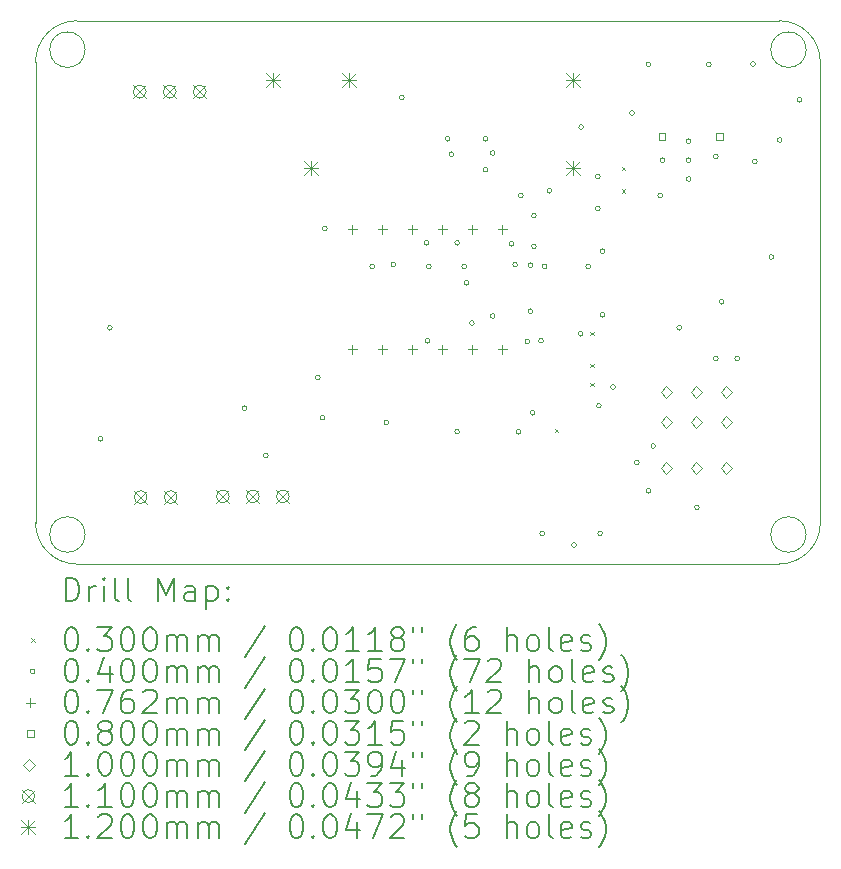
<source format=gbr>
%TF.GenerationSoftware,KiCad,Pcbnew,7.0.5-7.0.5~ubuntu20.04.1*%
%TF.CreationDate,2023-07-24T22:07:20+03:00*%
%TF.ProjectId,hardware,68617264-7761-4726-952e-6b696361645f,rev?*%
%TF.SameCoordinates,Original*%
%TF.FileFunction,Drillmap*%
%TF.FilePolarity,Positive*%
%FSLAX45Y45*%
G04 Gerber Fmt 4.5, Leading zero omitted, Abs format (unit mm)*
G04 Created by KiCad (PCBNEW 7.0.5-7.0.5~ubuntu20.04.1) date 2023-07-24 22:07:20*
%MOMM*%
%LPD*%
G01*
G04 APERTURE LIST*
%ADD10C,0.100000*%
%ADD11C,0.200000*%
%ADD12C,0.030000*%
%ADD13C,0.040000*%
%ADD14C,0.076200*%
%ADD15C,0.080000*%
%ADD16C,0.110000*%
%ADD17C,0.120000*%
G04 APERTURE END LIST*
D10*
X18155000Y-8245000D02*
G75*
G03*
X18155000Y-8245000I-150000J0D01*
G01*
X12050000Y-8245000D02*
G75*
G03*
X12050000Y-8245000I-150000J0D01*
G01*
X12050000Y-12350000D02*
G75*
G03*
X12050000Y-12350000I-150000J0D01*
G01*
X18155000Y-12350000D02*
G75*
G03*
X18155000Y-12350000I-150000J0D01*
G01*
X11630000Y-12250000D02*
G75*
G03*
X11980000Y-12600000I350000J0D01*
G01*
X11980000Y-8000000D02*
G75*
G03*
X11630000Y-8350000I0J-350000D01*
G01*
X11630000Y-12250000D02*
X11630000Y-8350000D01*
X17925000Y-12600000D02*
G75*
G03*
X18275000Y-12250000I0J350000D01*
G01*
X17925000Y-12600000D02*
X11980000Y-12600000D01*
X18275000Y-8350000D02*
G75*
G03*
X17925000Y-8000000I-350000J0D01*
G01*
X11980000Y-8000000D02*
X17925000Y-8000000D01*
X18275000Y-8350000D02*
X18275000Y-12250000D01*
D11*
D12*
X16025000Y-11455000D02*
X16055000Y-11485000D01*
X16055000Y-11455000D02*
X16025000Y-11485000D01*
X16325000Y-10635000D02*
X16355000Y-10665000D01*
X16355000Y-10635000D02*
X16325000Y-10665000D01*
X16325000Y-10905000D02*
X16355000Y-10935000D01*
X16355000Y-10905000D02*
X16325000Y-10935000D01*
X16326533Y-11066533D02*
X16356533Y-11096533D01*
X16356533Y-11066533D02*
X16326533Y-11096533D01*
X16595000Y-9235000D02*
X16625000Y-9265000D01*
X16625000Y-9235000D02*
X16595000Y-9265000D01*
X16595000Y-9425000D02*
X16625000Y-9455000D01*
X16625000Y-9425000D02*
X16595000Y-9455000D01*
D13*
X12200000Y-11540000D02*
G75*
G03*
X12200000Y-11540000I-20000J0D01*
G01*
X12280000Y-10600000D02*
G75*
G03*
X12280000Y-10600000I-20000J0D01*
G01*
X13420000Y-11280000D02*
G75*
G03*
X13420000Y-11280000I-20000J0D01*
G01*
X13600000Y-11680000D02*
G75*
G03*
X13600000Y-11680000I-20000J0D01*
G01*
X14040000Y-11020000D02*
G75*
G03*
X14040000Y-11020000I-20000J0D01*
G01*
X14080000Y-11360000D02*
G75*
G03*
X14080000Y-11360000I-20000J0D01*
G01*
X14100000Y-9760000D02*
G75*
G03*
X14100000Y-9760000I-20000J0D01*
G01*
X14500000Y-10080000D02*
G75*
G03*
X14500000Y-10080000I-20000J0D01*
G01*
X14620000Y-11400000D02*
G75*
G03*
X14620000Y-11400000I-20000J0D01*
G01*
X14680000Y-10064950D02*
G75*
G03*
X14680000Y-10064950I-20000J0D01*
G01*
X14750000Y-8650000D02*
G75*
G03*
X14750000Y-8650000I-20000J0D01*
G01*
X14960000Y-9880000D02*
G75*
G03*
X14960000Y-9880000I-20000J0D01*
G01*
X14970000Y-10710000D02*
G75*
G03*
X14970000Y-10710000I-20000J0D01*
G01*
X14980000Y-10080000D02*
G75*
G03*
X14980000Y-10080000I-20000J0D01*
G01*
X15140000Y-9000000D02*
G75*
G03*
X15140000Y-9000000I-20000J0D01*
G01*
X15170000Y-9130000D02*
G75*
G03*
X15170000Y-9130000I-20000J0D01*
G01*
X15220000Y-9880000D02*
G75*
G03*
X15220000Y-9880000I-20000J0D01*
G01*
X15220000Y-11480000D02*
G75*
G03*
X15220000Y-11480000I-20000J0D01*
G01*
X15280000Y-10080000D02*
G75*
G03*
X15280000Y-10080000I-20000J0D01*
G01*
X15300000Y-10220000D02*
G75*
G03*
X15300000Y-10220000I-20000J0D01*
G01*
X15344250Y-10560000D02*
G75*
G03*
X15344250Y-10560000I-20000J0D01*
G01*
X15460000Y-9000000D02*
G75*
G03*
X15460000Y-9000000I-20000J0D01*
G01*
X15460000Y-9260000D02*
G75*
G03*
X15460000Y-9260000I-20000J0D01*
G01*
X15520000Y-9120000D02*
G75*
G03*
X15520000Y-9120000I-20000J0D01*
G01*
X15520000Y-10500000D02*
G75*
G03*
X15520000Y-10500000I-20000J0D01*
G01*
X15680000Y-9890000D02*
G75*
G03*
X15680000Y-9890000I-20000J0D01*
G01*
X15710000Y-10064950D02*
G75*
G03*
X15710000Y-10064950I-20000J0D01*
G01*
X15740000Y-11480000D02*
G75*
G03*
X15740000Y-11480000I-20000J0D01*
G01*
X15760000Y-9480000D02*
G75*
G03*
X15760000Y-9480000I-20000J0D01*
G01*
X15815000Y-10715000D02*
G75*
G03*
X15815000Y-10715000I-20000J0D01*
G01*
X15840000Y-10070000D02*
G75*
G03*
X15840000Y-10070000I-20000J0D01*
G01*
X15840000Y-10460000D02*
G75*
G03*
X15840000Y-10460000I-20000J0D01*
G01*
X15860069Y-11320069D02*
G75*
G03*
X15860069Y-11320069I-20000J0D01*
G01*
X15870000Y-9650000D02*
G75*
G03*
X15870000Y-9650000I-20000J0D01*
G01*
X15870000Y-9910000D02*
G75*
G03*
X15870000Y-9910000I-20000J0D01*
G01*
X15930000Y-10710000D02*
G75*
G03*
X15930000Y-10710000I-20000J0D01*
G01*
X15940000Y-12340000D02*
G75*
G03*
X15940000Y-12340000I-20000J0D01*
G01*
X15960000Y-10080000D02*
G75*
G03*
X15960000Y-10080000I-20000J0D01*
G01*
X16000000Y-9440000D02*
G75*
G03*
X16000000Y-9440000I-20000J0D01*
G01*
X16210000Y-12440000D02*
G75*
G03*
X16210000Y-12440000I-20000J0D01*
G01*
X16264950Y-10650069D02*
G75*
G03*
X16264950Y-10650069I-20000J0D01*
G01*
X16270000Y-8900000D02*
G75*
G03*
X16270000Y-8900000I-20000J0D01*
G01*
X16330000Y-10080000D02*
G75*
G03*
X16330000Y-10080000I-20000J0D01*
G01*
X16410000Y-9320000D02*
G75*
G03*
X16410000Y-9320000I-20000J0D01*
G01*
X16410000Y-9590000D02*
G75*
G03*
X16410000Y-9590000I-20000J0D01*
G01*
X16420000Y-11260000D02*
G75*
G03*
X16420000Y-11260000I-20000J0D01*
G01*
X16430000Y-12340000D02*
G75*
G03*
X16430000Y-12340000I-20000J0D01*
G01*
X16450000Y-9950000D02*
G75*
G03*
X16450000Y-9950000I-20000J0D01*
G01*
X16450000Y-10490000D02*
G75*
G03*
X16450000Y-10490000I-20000J0D01*
G01*
X16540000Y-11100000D02*
G75*
G03*
X16540000Y-11100000I-20000J0D01*
G01*
X16700000Y-8780000D02*
G75*
G03*
X16700000Y-8780000I-20000J0D01*
G01*
X16740000Y-11740000D02*
G75*
G03*
X16740000Y-11740000I-20000J0D01*
G01*
X16840000Y-8370000D02*
G75*
G03*
X16840000Y-8370000I-20000J0D01*
G01*
X16840000Y-11980000D02*
G75*
G03*
X16840000Y-11980000I-20000J0D01*
G01*
X16880000Y-11600000D02*
G75*
G03*
X16880000Y-11600000I-20000J0D01*
G01*
X16940000Y-9480000D02*
G75*
G03*
X16940000Y-9480000I-20000J0D01*
G01*
X16960000Y-9180000D02*
G75*
G03*
X16960000Y-9180000I-20000J0D01*
G01*
X17100000Y-10600000D02*
G75*
G03*
X17100000Y-10600000I-20000J0D01*
G01*
X17180000Y-9020000D02*
G75*
G03*
X17180000Y-9020000I-20000J0D01*
G01*
X17180000Y-9180000D02*
G75*
G03*
X17180000Y-9180000I-20000J0D01*
G01*
X17180000Y-9340000D02*
G75*
G03*
X17180000Y-9340000I-20000J0D01*
G01*
X17250000Y-12120000D02*
G75*
G03*
X17250000Y-12120000I-20000J0D01*
G01*
X17350000Y-8370000D02*
G75*
G03*
X17350000Y-8370000I-20000J0D01*
G01*
X17410000Y-9150000D02*
G75*
G03*
X17410000Y-9150000I-20000J0D01*
G01*
X17410000Y-10860000D02*
G75*
G03*
X17410000Y-10860000I-20000J0D01*
G01*
X17460000Y-10380000D02*
G75*
G03*
X17460000Y-10380000I-20000J0D01*
G01*
X17590000Y-10860000D02*
G75*
G03*
X17590000Y-10860000I-20000J0D01*
G01*
X17725000Y-8365000D02*
G75*
G03*
X17725000Y-8365000I-20000J0D01*
G01*
X17740000Y-9190000D02*
G75*
G03*
X17740000Y-9190000I-20000J0D01*
G01*
X17880000Y-10000000D02*
G75*
G03*
X17880000Y-10000000I-20000J0D01*
G01*
X17950000Y-9010000D02*
G75*
G03*
X17950000Y-9010000I-20000J0D01*
G01*
X18120000Y-8670000D02*
G75*
G03*
X18120000Y-8670000I-20000J0D01*
G01*
D14*
X14312000Y-9729400D02*
X14312000Y-9805600D01*
X14273900Y-9767500D02*
X14350100Y-9767500D01*
X14312000Y-10745400D02*
X14312000Y-10821600D01*
X14273900Y-10783500D02*
X14350100Y-10783500D01*
X14566000Y-9729400D02*
X14566000Y-9805600D01*
X14527900Y-9767500D02*
X14604100Y-9767500D01*
X14566000Y-10745400D02*
X14566000Y-10821600D01*
X14527900Y-10783500D02*
X14604100Y-10783500D01*
X14820000Y-9729400D02*
X14820000Y-9805600D01*
X14781900Y-9767500D02*
X14858100Y-9767500D01*
X14820000Y-10745400D02*
X14820000Y-10821600D01*
X14781900Y-10783500D02*
X14858100Y-10783500D01*
X15074000Y-9729400D02*
X15074000Y-9805600D01*
X15035900Y-9767500D02*
X15112100Y-9767500D01*
X15074000Y-10745400D02*
X15074000Y-10821600D01*
X15035900Y-10783500D02*
X15112100Y-10783500D01*
X15328000Y-9729400D02*
X15328000Y-9805600D01*
X15289900Y-9767500D02*
X15366100Y-9767500D01*
X15328000Y-10745400D02*
X15328000Y-10821600D01*
X15289900Y-10783500D02*
X15366100Y-10783500D01*
X15582000Y-9729400D02*
X15582000Y-9805600D01*
X15543900Y-9767500D02*
X15620100Y-9767500D01*
X15582000Y-10745400D02*
X15582000Y-10821600D01*
X15543900Y-10783500D02*
X15620100Y-10783500D01*
D15*
X16963285Y-9008285D02*
X16963285Y-8951716D01*
X16906716Y-8951716D01*
X16906716Y-9008285D01*
X16963285Y-9008285D01*
X17451285Y-9008285D02*
X17451285Y-8951716D01*
X17394716Y-8951716D01*
X17394716Y-9008285D01*
X17451285Y-9008285D01*
D10*
X16972000Y-11196000D02*
X17022000Y-11146000D01*
X16972000Y-11096000D01*
X16922000Y-11146000D01*
X16972000Y-11196000D01*
X16972000Y-11450000D02*
X17022000Y-11400000D01*
X16972000Y-11350000D01*
X16922000Y-11400000D01*
X16972000Y-11450000D01*
X16972000Y-11836000D02*
X17022000Y-11786000D01*
X16972000Y-11736000D01*
X16922000Y-11786000D01*
X16972000Y-11836000D01*
X17226000Y-11196000D02*
X17276000Y-11146000D01*
X17226000Y-11096000D01*
X17176000Y-11146000D01*
X17226000Y-11196000D01*
X17226000Y-11450000D02*
X17276000Y-11400000D01*
X17226000Y-11350000D01*
X17176000Y-11400000D01*
X17226000Y-11450000D01*
X17226000Y-11836000D02*
X17276000Y-11786000D01*
X17226000Y-11736000D01*
X17176000Y-11786000D01*
X17226000Y-11836000D01*
X17480000Y-11196000D02*
X17530000Y-11146000D01*
X17480000Y-11096000D01*
X17430000Y-11146000D01*
X17480000Y-11196000D01*
X17480000Y-11450000D02*
X17530000Y-11400000D01*
X17480000Y-11350000D01*
X17430000Y-11400000D01*
X17480000Y-11450000D01*
X17480000Y-11836000D02*
X17530000Y-11786000D01*
X17480000Y-11736000D01*
X17430000Y-11786000D01*
X17480000Y-11836000D01*
D16*
X12457000Y-8545000D02*
X12567000Y-8655000D01*
X12567000Y-8545000D02*
X12457000Y-8655000D01*
X12567000Y-8600000D02*
G75*
G03*
X12567000Y-8600000I-55000J0D01*
G01*
X12465000Y-11978500D02*
X12575000Y-12088500D01*
X12575000Y-11978500D02*
X12465000Y-12088500D01*
X12575000Y-12033500D02*
G75*
G03*
X12575000Y-12033500I-55000J0D01*
G01*
X12711000Y-8545000D02*
X12821000Y-8655000D01*
X12821000Y-8545000D02*
X12711000Y-8655000D01*
X12821000Y-8600000D02*
G75*
G03*
X12821000Y-8600000I-55000J0D01*
G01*
X12719000Y-11978500D02*
X12829000Y-12088500D01*
X12829000Y-11978500D02*
X12719000Y-12088500D01*
X12829000Y-12033500D02*
G75*
G03*
X12829000Y-12033500I-55000J0D01*
G01*
X12965000Y-8545000D02*
X13075000Y-8655000D01*
X13075000Y-8545000D02*
X12965000Y-8655000D01*
X13075000Y-8600000D02*
G75*
G03*
X13075000Y-8600000I-55000J0D01*
G01*
X13161000Y-11972500D02*
X13271000Y-12082500D01*
X13271000Y-11972500D02*
X13161000Y-12082500D01*
X13271000Y-12027500D02*
G75*
G03*
X13271000Y-12027500I-55000J0D01*
G01*
X13415000Y-11972500D02*
X13525000Y-12082500D01*
X13525000Y-11972500D02*
X13415000Y-12082500D01*
X13525000Y-12027500D02*
G75*
G03*
X13525000Y-12027500I-55000J0D01*
G01*
X13669000Y-11972500D02*
X13779000Y-12082500D01*
X13779000Y-11972500D02*
X13669000Y-12082500D01*
X13779000Y-12027500D02*
G75*
G03*
X13779000Y-12027500I-55000J0D01*
G01*
D17*
X13584000Y-8439500D02*
X13704000Y-8559500D01*
X13704000Y-8439500D02*
X13584000Y-8559500D01*
X13644000Y-8439500D02*
X13644000Y-8559500D01*
X13584000Y-8499500D02*
X13704000Y-8499500D01*
X13904000Y-9189500D02*
X14024000Y-9309500D01*
X14024000Y-9189500D02*
X13904000Y-9309500D01*
X13964000Y-9189500D02*
X13964000Y-9309500D01*
X13904000Y-9249500D02*
X14024000Y-9249500D01*
X14224000Y-8439500D02*
X14344000Y-8559500D01*
X14344000Y-8439500D02*
X14224000Y-8559500D01*
X14284000Y-8439500D02*
X14284000Y-8559500D01*
X14224000Y-8499500D02*
X14344000Y-8499500D01*
X16124000Y-8439500D02*
X16244000Y-8559500D01*
X16244000Y-8439500D02*
X16124000Y-8559500D01*
X16184000Y-8439500D02*
X16184000Y-8559500D01*
X16124000Y-8499500D02*
X16244000Y-8499500D01*
X16124000Y-9189500D02*
X16244000Y-9309500D01*
X16244000Y-9189500D02*
X16124000Y-9309500D01*
X16184000Y-9189500D02*
X16184000Y-9309500D01*
X16124000Y-9249500D02*
X16244000Y-9249500D01*
D11*
X11885777Y-12916484D02*
X11885777Y-12716484D01*
X11885777Y-12716484D02*
X11933396Y-12716484D01*
X11933396Y-12716484D02*
X11961967Y-12726008D01*
X11961967Y-12726008D02*
X11981015Y-12745055D01*
X11981015Y-12745055D02*
X11990539Y-12764103D01*
X11990539Y-12764103D02*
X12000062Y-12802198D01*
X12000062Y-12802198D02*
X12000062Y-12830769D01*
X12000062Y-12830769D02*
X11990539Y-12868865D01*
X11990539Y-12868865D02*
X11981015Y-12887912D01*
X11981015Y-12887912D02*
X11961967Y-12906960D01*
X11961967Y-12906960D02*
X11933396Y-12916484D01*
X11933396Y-12916484D02*
X11885777Y-12916484D01*
X12085777Y-12916484D02*
X12085777Y-12783150D01*
X12085777Y-12821246D02*
X12095301Y-12802198D01*
X12095301Y-12802198D02*
X12104824Y-12792674D01*
X12104824Y-12792674D02*
X12123872Y-12783150D01*
X12123872Y-12783150D02*
X12142920Y-12783150D01*
X12209586Y-12916484D02*
X12209586Y-12783150D01*
X12209586Y-12716484D02*
X12200062Y-12726008D01*
X12200062Y-12726008D02*
X12209586Y-12735531D01*
X12209586Y-12735531D02*
X12219110Y-12726008D01*
X12219110Y-12726008D02*
X12209586Y-12716484D01*
X12209586Y-12716484D02*
X12209586Y-12735531D01*
X12333396Y-12916484D02*
X12314348Y-12906960D01*
X12314348Y-12906960D02*
X12304824Y-12887912D01*
X12304824Y-12887912D02*
X12304824Y-12716484D01*
X12438158Y-12916484D02*
X12419110Y-12906960D01*
X12419110Y-12906960D02*
X12409586Y-12887912D01*
X12409586Y-12887912D02*
X12409586Y-12716484D01*
X12666729Y-12916484D02*
X12666729Y-12716484D01*
X12666729Y-12716484D02*
X12733396Y-12859341D01*
X12733396Y-12859341D02*
X12800062Y-12716484D01*
X12800062Y-12716484D02*
X12800062Y-12916484D01*
X12981015Y-12916484D02*
X12981015Y-12811722D01*
X12981015Y-12811722D02*
X12971491Y-12792674D01*
X12971491Y-12792674D02*
X12952443Y-12783150D01*
X12952443Y-12783150D02*
X12914348Y-12783150D01*
X12914348Y-12783150D02*
X12895301Y-12792674D01*
X12981015Y-12906960D02*
X12961967Y-12916484D01*
X12961967Y-12916484D02*
X12914348Y-12916484D01*
X12914348Y-12916484D02*
X12895301Y-12906960D01*
X12895301Y-12906960D02*
X12885777Y-12887912D01*
X12885777Y-12887912D02*
X12885777Y-12868865D01*
X12885777Y-12868865D02*
X12895301Y-12849817D01*
X12895301Y-12849817D02*
X12914348Y-12840293D01*
X12914348Y-12840293D02*
X12961967Y-12840293D01*
X12961967Y-12840293D02*
X12981015Y-12830769D01*
X13076253Y-12783150D02*
X13076253Y-12983150D01*
X13076253Y-12792674D02*
X13095301Y-12783150D01*
X13095301Y-12783150D02*
X13133396Y-12783150D01*
X13133396Y-12783150D02*
X13152443Y-12792674D01*
X13152443Y-12792674D02*
X13161967Y-12802198D01*
X13161967Y-12802198D02*
X13171491Y-12821246D01*
X13171491Y-12821246D02*
X13171491Y-12878388D01*
X13171491Y-12878388D02*
X13161967Y-12897436D01*
X13161967Y-12897436D02*
X13152443Y-12906960D01*
X13152443Y-12906960D02*
X13133396Y-12916484D01*
X13133396Y-12916484D02*
X13095301Y-12916484D01*
X13095301Y-12916484D02*
X13076253Y-12906960D01*
X13257205Y-12897436D02*
X13266729Y-12906960D01*
X13266729Y-12906960D02*
X13257205Y-12916484D01*
X13257205Y-12916484D02*
X13247682Y-12906960D01*
X13247682Y-12906960D02*
X13257205Y-12897436D01*
X13257205Y-12897436D02*
X13257205Y-12916484D01*
X13257205Y-12792674D02*
X13266729Y-12802198D01*
X13266729Y-12802198D02*
X13257205Y-12811722D01*
X13257205Y-12811722D02*
X13247682Y-12802198D01*
X13247682Y-12802198D02*
X13257205Y-12792674D01*
X13257205Y-12792674D02*
X13257205Y-12811722D01*
D12*
X11595000Y-13230000D02*
X11625000Y-13260000D01*
X11625000Y-13230000D02*
X11595000Y-13260000D01*
D11*
X11923872Y-13136484D02*
X11942920Y-13136484D01*
X11942920Y-13136484D02*
X11961967Y-13146008D01*
X11961967Y-13146008D02*
X11971491Y-13155531D01*
X11971491Y-13155531D02*
X11981015Y-13174579D01*
X11981015Y-13174579D02*
X11990539Y-13212674D01*
X11990539Y-13212674D02*
X11990539Y-13260293D01*
X11990539Y-13260293D02*
X11981015Y-13298388D01*
X11981015Y-13298388D02*
X11971491Y-13317436D01*
X11971491Y-13317436D02*
X11961967Y-13326960D01*
X11961967Y-13326960D02*
X11942920Y-13336484D01*
X11942920Y-13336484D02*
X11923872Y-13336484D01*
X11923872Y-13336484D02*
X11904824Y-13326960D01*
X11904824Y-13326960D02*
X11895301Y-13317436D01*
X11895301Y-13317436D02*
X11885777Y-13298388D01*
X11885777Y-13298388D02*
X11876253Y-13260293D01*
X11876253Y-13260293D02*
X11876253Y-13212674D01*
X11876253Y-13212674D02*
X11885777Y-13174579D01*
X11885777Y-13174579D02*
X11895301Y-13155531D01*
X11895301Y-13155531D02*
X11904824Y-13146008D01*
X11904824Y-13146008D02*
X11923872Y-13136484D01*
X12076253Y-13317436D02*
X12085777Y-13326960D01*
X12085777Y-13326960D02*
X12076253Y-13336484D01*
X12076253Y-13336484D02*
X12066729Y-13326960D01*
X12066729Y-13326960D02*
X12076253Y-13317436D01*
X12076253Y-13317436D02*
X12076253Y-13336484D01*
X12152443Y-13136484D02*
X12276253Y-13136484D01*
X12276253Y-13136484D02*
X12209586Y-13212674D01*
X12209586Y-13212674D02*
X12238158Y-13212674D01*
X12238158Y-13212674D02*
X12257205Y-13222198D01*
X12257205Y-13222198D02*
X12266729Y-13231722D01*
X12266729Y-13231722D02*
X12276253Y-13250769D01*
X12276253Y-13250769D02*
X12276253Y-13298388D01*
X12276253Y-13298388D02*
X12266729Y-13317436D01*
X12266729Y-13317436D02*
X12257205Y-13326960D01*
X12257205Y-13326960D02*
X12238158Y-13336484D01*
X12238158Y-13336484D02*
X12181015Y-13336484D01*
X12181015Y-13336484D02*
X12161967Y-13326960D01*
X12161967Y-13326960D02*
X12152443Y-13317436D01*
X12400062Y-13136484D02*
X12419110Y-13136484D01*
X12419110Y-13136484D02*
X12438158Y-13146008D01*
X12438158Y-13146008D02*
X12447682Y-13155531D01*
X12447682Y-13155531D02*
X12457205Y-13174579D01*
X12457205Y-13174579D02*
X12466729Y-13212674D01*
X12466729Y-13212674D02*
X12466729Y-13260293D01*
X12466729Y-13260293D02*
X12457205Y-13298388D01*
X12457205Y-13298388D02*
X12447682Y-13317436D01*
X12447682Y-13317436D02*
X12438158Y-13326960D01*
X12438158Y-13326960D02*
X12419110Y-13336484D01*
X12419110Y-13336484D02*
X12400062Y-13336484D01*
X12400062Y-13336484D02*
X12381015Y-13326960D01*
X12381015Y-13326960D02*
X12371491Y-13317436D01*
X12371491Y-13317436D02*
X12361967Y-13298388D01*
X12361967Y-13298388D02*
X12352443Y-13260293D01*
X12352443Y-13260293D02*
X12352443Y-13212674D01*
X12352443Y-13212674D02*
X12361967Y-13174579D01*
X12361967Y-13174579D02*
X12371491Y-13155531D01*
X12371491Y-13155531D02*
X12381015Y-13146008D01*
X12381015Y-13146008D02*
X12400062Y-13136484D01*
X12590539Y-13136484D02*
X12609586Y-13136484D01*
X12609586Y-13136484D02*
X12628634Y-13146008D01*
X12628634Y-13146008D02*
X12638158Y-13155531D01*
X12638158Y-13155531D02*
X12647682Y-13174579D01*
X12647682Y-13174579D02*
X12657205Y-13212674D01*
X12657205Y-13212674D02*
X12657205Y-13260293D01*
X12657205Y-13260293D02*
X12647682Y-13298388D01*
X12647682Y-13298388D02*
X12638158Y-13317436D01*
X12638158Y-13317436D02*
X12628634Y-13326960D01*
X12628634Y-13326960D02*
X12609586Y-13336484D01*
X12609586Y-13336484D02*
X12590539Y-13336484D01*
X12590539Y-13336484D02*
X12571491Y-13326960D01*
X12571491Y-13326960D02*
X12561967Y-13317436D01*
X12561967Y-13317436D02*
X12552443Y-13298388D01*
X12552443Y-13298388D02*
X12542920Y-13260293D01*
X12542920Y-13260293D02*
X12542920Y-13212674D01*
X12542920Y-13212674D02*
X12552443Y-13174579D01*
X12552443Y-13174579D02*
X12561967Y-13155531D01*
X12561967Y-13155531D02*
X12571491Y-13146008D01*
X12571491Y-13146008D02*
X12590539Y-13136484D01*
X12742920Y-13336484D02*
X12742920Y-13203150D01*
X12742920Y-13222198D02*
X12752443Y-13212674D01*
X12752443Y-13212674D02*
X12771491Y-13203150D01*
X12771491Y-13203150D02*
X12800063Y-13203150D01*
X12800063Y-13203150D02*
X12819110Y-13212674D01*
X12819110Y-13212674D02*
X12828634Y-13231722D01*
X12828634Y-13231722D02*
X12828634Y-13336484D01*
X12828634Y-13231722D02*
X12838158Y-13212674D01*
X12838158Y-13212674D02*
X12857205Y-13203150D01*
X12857205Y-13203150D02*
X12885777Y-13203150D01*
X12885777Y-13203150D02*
X12904824Y-13212674D01*
X12904824Y-13212674D02*
X12914348Y-13231722D01*
X12914348Y-13231722D02*
X12914348Y-13336484D01*
X13009586Y-13336484D02*
X13009586Y-13203150D01*
X13009586Y-13222198D02*
X13019110Y-13212674D01*
X13019110Y-13212674D02*
X13038158Y-13203150D01*
X13038158Y-13203150D02*
X13066729Y-13203150D01*
X13066729Y-13203150D02*
X13085777Y-13212674D01*
X13085777Y-13212674D02*
X13095301Y-13231722D01*
X13095301Y-13231722D02*
X13095301Y-13336484D01*
X13095301Y-13231722D02*
X13104824Y-13212674D01*
X13104824Y-13212674D02*
X13123872Y-13203150D01*
X13123872Y-13203150D02*
X13152443Y-13203150D01*
X13152443Y-13203150D02*
X13171491Y-13212674D01*
X13171491Y-13212674D02*
X13181015Y-13231722D01*
X13181015Y-13231722D02*
X13181015Y-13336484D01*
X13571491Y-13126960D02*
X13400063Y-13384103D01*
X13828634Y-13136484D02*
X13847682Y-13136484D01*
X13847682Y-13136484D02*
X13866729Y-13146008D01*
X13866729Y-13146008D02*
X13876253Y-13155531D01*
X13876253Y-13155531D02*
X13885777Y-13174579D01*
X13885777Y-13174579D02*
X13895301Y-13212674D01*
X13895301Y-13212674D02*
X13895301Y-13260293D01*
X13895301Y-13260293D02*
X13885777Y-13298388D01*
X13885777Y-13298388D02*
X13876253Y-13317436D01*
X13876253Y-13317436D02*
X13866729Y-13326960D01*
X13866729Y-13326960D02*
X13847682Y-13336484D01*
X13847682Y-13336484D02*
X13828634Y-13336484D01*
X13828634Y-13336484D02*
X13809586Y-13326960D01*
X13809586Y-13326960D02*
X13800063Y-13317436D01*
X13800063Y-13317436D02*
X13790539Y-13298388D01*
X13790539Y-13298388D02*
X13781015Y-13260293D01*
X13781015Y-13260293D02*
X13781015Y-13212674D01*
X13781015Y-13212674D02*
X13790539Y-13174579D01*
X13790539Y-13174579D02*
X13800063Y-13155531D01*
X13800063Y-13155531D02*
X13809586Y-13146008D01*
X13809586Y-13146008D02*
X13828634Y-13136484D01*
X13981015Y-13317436D02*
X13990539Y-13326960D01*
X13990539Y-13326960D02*
X13981015Y-13336484D01*
X13981015Y-13336484D02*
X13971491Y-13326960D01*
X13971491Y-13326960D02*
X13981015Y-13317436D01*
X13981015Y-13317436D02*
X13981015Y-13336484D01*
X14114348Y-13136484D02*
X14133396Y-13136484D01*
X14133396Y-13136484D02*
X14152444Y-13146008D01*
X14152444Y-13146008D02*
X14161967Y-13155531D01*
X14161967Y-13155531D02*
X14171491Y-13174579D01*
X14171491Y-13174579D02*
X14181015Y-13212674D01*
X14181015Y-13212674D02*
X14181015Y-13260293D01*
X14181015Y-13260293D02*
X14171491Y-13298388D01*
X14171491Y-13298388D02*
X14161967Y-13317436D01*
X14161967Y-13317436D02*
X14152444Y-13326960D01*
X14152444Y-13326960D02*
X14133396Y-13336484D01*
X14133396Y-13336484D02*
X14114348Y-13336484D01*
X14114348Y-13336484D02*
X14095301Y-13326960D01*
X14095301Y-13326960D02*
X14085777Y-13317436D01*
X14085777Y-13317436D02*
X14076253Y-13298388D01*
X14076253Y-13298388D02*
X14066729Y-13260293D01*
X14066729Y-13260293D02*
X14066729Y-13212674D01*
X14066729Y-13212674D02*
X14076253Y-13174579D01*
X14076253Y-13174579D02*
X14085777Y-13155531D01*
X14085777Y-13155531D02*
X14095301Y-13146008D01*
X14095301Y-13146008D02*
X14114348Y-13136484D01*
X14371491Y-13336484D02*
X14257206Y-13336484D01*
X14314348Y-13336484D02*
X14314348Y-13136484D01*
X14314348Y-13136484D02*
X14295301Y-13165055D01*
X14295301Y-13165055D02*
X14276253Y-13184103D01*
X14276253Y-13184103D02*
X14257206Y-13193627D01*
X14561967Y-13336484D02*
X14447682Y-13336484D01*
X14504825Y-13336484D02*
X14504825Y-13136484D01*
X14504825Y-13136484D02*
X14485777Y-13165055D01*
X14485777Y-13165055D02*
X14466729Y-13184103D01*
X14466729Y-13184103D02*
X14447682Y-13193627D01*
X14676253Y-13222198D02*
X14657206Y-13212674D01*
X14657206Y-13212674D02*
X14647682Y-13203150D01*
X14647682Y-13203150D02*
X14638158Y-13184103D01*
X14638158Y-13184103D02*
X14638158Y-13174579D01*
X14638158Y-13174579D02*
X14647682Y-13155531D01*
X14647682Y-13155531D02*
X14657206Y-13146008D01*
X14657206Y-13146008D02*
X14676253Y-13136484D01*
X14676253Y-13136484D02*
X14714348Y-13136484D01*
X14714348Y-13136484D02*
X14733396Y-13146008D01*
X14733396Y-13146008D02*
X14742920Y-13155531D01*
X14742920Y-13155531D02*
X14752444Y-13174579D01*
X14752444Y-13174579D02*
X14752444Y-13184103D01*
X14752444Y-13184103D02*
X14742920Y-13203150D01*
X14742920Y-13203150D02*
X14733396Y-13212674D01*
X14733396Y-13212674D02*
X14714348Y-13222198D01*
X14714348Y-13222198D02*
X14676253Y-13222198D01*
X14676253Y-13222198D02*
X14657206Y-13231722D01*
X14657206Y-13231722D02*
X14647682Y-13241246D01*
X14647682Y-13241246D02*
X14638158Y-13260293D01*
X14638158Y-13260293D02*
X14638158Y-13298388D01*
X14638158Y-13298388D02*
X14647682Y-13317436D01*
X14647682Y-13317436D02*
X14657206Y-13326960D01*
X14657206Y-13326960D02*
X14676253Y-13336484D01*
X14676253Y-13336484D02*
X14714348Y-13336484D01*
X14714348Y-13336484D02*
X14733396Y-13326960D01*
X14733396Y-13326960D02*
X14742920Y-13317436D01*
X14742920Y-13317436D02*
X14752444Y-13298388D01*
X14752444Y-13298388D02*
X14752444Y-13260293D01*
X14752444Y-13260293D02*
X14742920Y-13241246D01*
X14742920Y-13241246D02*
X14733396Y-13231722D01*
X14733396Y-13231722D02*
X14714348Y-13222198D01*
X14828634Y-13136484D02*
X14828634Y-13174579D01*
X14904825Y-13136484D02*
X14904825Y-13174579D01*
X15200063Y-13412674D02*
X15190539Y-13403150D01*
X15190539Y-13403150D02*
X15171491Y-13374579D01*
X15171491Y-13374579D02*
X15161968Y-13355531D01*
X15161968Y-13355531D02*
X15152444Y-13326960D01*
X15152444Y-13326960D02*
X15142920Y-13279341D01*
X15142920Y-13279341D02*
X15142920Y-13241246D01*
X15142920Y-13241246D02*
X15152444Y-13193627D01*
X15152444Y-13193627D02*
X15161968Y-13165055D01*
X15161968Y-13165055D02*
X15171491Y-13146008D01*
X15171491Y-13146008D02*
X15190539Y-13117436D01*
X15190539Y-13117436D02*
X15200063Y-13107912D01*
X15361968Y-13136484D02*
X15323872Y-13136484D01*
X15323872Y-13136484D02*
X15304825Y-13146008D01*
X15304825Y-13146008D02*
X15295301Y-13155531D01*
X15295301Y-13155531D02*
X15276253Y-13184103D01*
X15276253Y-13184103D02*
X15266729Y-13222198D01*
X15266729Y-13222198D02*
X15266729Y-13298388D01*
X15266729Y-13298388D02*
X15276253Y-13317436D01*
X15276253Y-13317436D02*
X15285777Y-13326960D01*
X15285777Y-13326960D02*
X15304825Y-13336484D01*
X15304825Y-13336484D02*
X15342920Y-13336484D01*
X15342920Y-13336484D02*
X15361968Y-13326960D01*
X15361968Y-13326960D02*
X15371491Y-13317436D01*
X15371491Y-13317436D02*
X15381015Y-13298388D01*
X15381015Y-13298388D02*
X15381015Y-13250769D01*
X15381015Y-13250769D02*
X15371491Y-13231722D01*
X15371491Y-13231722D02*
X15361968Y-13222198D01*
X15361968Y-13222198D02*
X15342920Y-13212674D01*
X15342920Y-13212674D02*
X15304825Y-13212674D01*
X15304825Y-13212674D02*
X15285777Y-13222198D01*
X15285777Y-13222198D02*
X15276253Y-13231722D01*
X15276253Y-13231722D02*
X15266729Y-13250769D01*
X15619110Y-13336484D02*
X15619110Y-13136484D01*
X15704825Y-13336484D02*
X15704825Y-13231722D01*
X15704825Y-13231722D02*
X15695301Y-13212674D01*
X15695301Y-13212674D02*
X15676253Y-13203150D01*
X15676253Y-13203150D02*
X15647682Y-13203150D01*
X15647682Y-13203150D02*
X15628634Y-13212674D01*
X15628634Y-13212674D02*
X15619110Y-13222198D01*
X15828634Y-13336484D02*
X15809587Y-13326960D01*
X15809587Y-13326960D02*
X15800063Y-13317436D01*
X15800063Y-13317436D02*
X15790539Y-13298388D01*
X15790539Y-13298388D02*
X15790539Y-13241246D01*
X15790539Y-13241246D02*
X15800063Y-13222198D01*
X15800063Y-13222198D02*
X15809587Y-13212674D01*
X15809587Y-13212674D02*
X15828634Y-13203150D01*
X15828634Y-13203150D02*
X15857206Y-13203150D01*
X15857206Y-13203150D02*
X15876253Y-13212674D01*
X15876253Y-13212674D02*
X15885777Y-13222198D01*
X15885777Y-13222198D02*
X15895301Y-13241246D01*
X15895301Y-13241246D02*
X15895301Y-13298388D01*
X15895301Y-13298388D02*
X15885777Y-13317436D01*
X15885777Y-13317436D02*
X15876253Y-13326960D01*
X15876253Y-13326960D02*
X15857206Y-13336484D01*
X15857206Y-13336484D02*
X15828634Y-13336484D01*
X16009587Y-13336484D02*
X15990539Y-13326960D01*
X15990539Y-13326960D02*
X15981015Y-13307912D01*
X15981015Y-13307912D02*
X15981015Y-13136484D01*
X16161968Y-13326960D02*
X16142920Y-13336484D01*
X16142920Y-13336484D02*
X16104825Y-13336484D01*
X16104825Y-13336484D02*
X16085777Y-13326960D01*
X16085777Y-13326960D02*
X16076253Y-13307912D01*
X16076253Y-13307912D02*
X16076253Y-13231722D01*
X16076253Y-13231722D02*
X16085777Y-13212674D01*
X16085777Y-13212674D02*
X16104825Y-13203150D01*
X16104825Y-13203150D02*
X16142920Y-13203150D01*
X16142920Y-13203150D02*
X16161968Y-13212674D01*
X16161968Y-13212674D02*
X16171491Y-13231722D01*
X16171491Y-13231722D02*
X16171491Y-13250769D01*
X16171491Y-13250769D02*
X16076253Y-13269817D01*
X16247682Y-13326960D02*
X16266730Y-13336484D01*
X16266730Y-13336484D02*
X16304825Y-13336484D01*
X16304825Y-13336484D02*
X16323872Y-13326960D01*
X16323872Y-13326960D02*
X16333396Y-13307912D01*
X16333396Y-13307912D02*
X16333396Y-13298388D01*
X16333396Y-13298388D02*
X16323872Y-13279341D01*
X16323872Y-13279341D02*
X16304825Y-13269817D01*
X16304825Y-13269817D02*
X16276253Y-13269817D01*
X16276253Y-13269817D02*
X16257206Y-13260293D01*
X16257206Y-13260293D02*
X16247682Y-13241246D01*
X16247682Y-13241246D02*
X16247682Y-13231722D01*
X16247682Y-13231722D02*
X16257206Y-13212674D01*
X16257206Y-13212674D02*
X16276253Y-13203150D01*
X16276253Y-13203150D02*
X16304825Y-13203150D01*
X16304825Y-13203150D02*
X16323872Y-13212674D01*
X16400063Y-13412674D02*
X16409587Y-13403150D01*
X16409587Y-13403150D02*
X16428634Y-13374579D01*
X16428634Y-13374579D02*
X16438158Y-13355531D01*
X16438158Y-13355531D02*
X16447682Y-13326960D01*
X16447682Y-13326960D02*
X16457206Y-13279341D01*
X16457206Y-13279341D02*
X16457206Y-13241246D01*
X16457206Y-13241246D02*
X16447682Y-13193627D01*
X16447682Y-13193627D02*
X16438158Y-13165055D01*
X16438158Y-13165055D02*
X16428634Y-13146008D01*
X16428634Y-13146008D02*
X16409587Y-13117436D01*
X16409587Y-13117436D02*
X16400063Y-13107912D01*
D13*
X11625000Y-13509000D02*
G75*
G03*
X11625000Y-13509000I-20000J0D01*
G01*
D11*
X11923872Y-13400484D02*
X11942920Y-13400484D01*
X11942920Y-13400484D02*
X11961967Y-13410008D01*
X11961967Y-13410008D02*
X11971491Y-13419531D01*
X11971491Y-13419531D02*
X11981015Y-13438579D01*
X11981015Y-13438579D02*
X11990539Y-13476674D01*
X11990539Y-13476674D02*
X11990539Y-13524293D01*
X11990539Y-13524293D02*
X11981015Y-13562388D01*
X11981015Y-13562388D02*
X11971491Y-13581436D01*
X11971491Y-13581436D02*
X11961967Y-13590960D01*
X11961967Y-13590960D02*
X11942920Y-13600484D01*
X11942920Y-13600484D02*
X11923872Y-13600484D01*
X11923872Y-13600484D02*
X11904824Y-13590960D01*
X11904824Y-13590960D02*
X11895301Y-13581436D01*
X11895301Y-13581436D02*
X11885777Y-13562388D01*
X11885777Y-13562388D02*
X11876253Y-13524293D01*
X11876253Y-13524293D02*
X11876253Y-13476674D01*
X11876253Y-13476674D02*
X11885777Y-13438579D01*
X11885777Y-13438579D02*
X11895301Y-13419531D01*
X11895301Y-13419531D02*
X11904824Y-13410008D01*
X11904824Y-13410008D02*
X11923872Y-13400484D01*
X12076253Y-13581436D02*
X12085777Y-13590960D01*
X12085777Y-13590960D02*
X12076253Y-13600484D01*
X12076253Y-13600484D02*
X12066729Y-13590960D01*
X12066729Y-13590960D02*
X12076253Y-13581436D01*
X12076253Y-13581436D02*
X12076253Y-13600484D01*
X12257205Y-13467150D02*
X12257205Y-13600484D01*
X12209586Y-13390960D02*
X12161967Y-13533817D01*
X12161967Y-13533817D02*
X12285777Y-13533817D01*
X12400062Y-13400484D02*
X12419110Y-13400484D01*
X12419110Y-13400484D02*
X12438158Y-13410008D01*
X12438158Y-13410008D02*
X12447682Y-13419531D01*
X12447682Y-13419531D02*
X12457205Y-13438579D01*
X12457205Y-13438579D02*
X12466729Y-13476674D01*
X12466729Y-13476674D02*
X12466729Y-13524293D01*
X12466729Y-13524293D02*
X12457205Y-13562388D01*
X12457205Y-13562388D02*
X12447682Y-13581436D01*
X12447682Y-13581436D02*
X12438158Y-13590960D01*
X12438158Y-13590960D02*
X12419110Y-13600484D01*
X12419110Y-13600484D02*
X12400062Y-13600484D01*
X12400062Y-13600484D02*
X12381015Y-13590960D01*
X12381015Y-13590960D02*
X12371491Y-13581436D01*
X12371491Y-13581436D02*
X12361967Y-13562388D01*
X12361967Y-13562388D02*
X12352443Y-13524293D01*
X12352443Y-13524293D02*
X12352443Y-13476674D01*
X12352443Y-13476674D02*
X12361967Y-13438579D01*
X12361967Y-13438579D02*
X12371491Y-13419531D01*
X12371491Y-13419531D02*
X12381015Y-13410008D01*
X12381015Y-13410008D02*
X12400062Y-13400484D01*
X12590539Y-13400484D02*
X12609586Y-13400484D01*
X12609586Y-13400484D02*
X12628634Y-13410008D01*
X12628634Y-13410008D02*
X12638158Y-13419531D01*
X12638158Y-13419531D02*
X12647682Y-13438579D01*
X12647682Y-13438579D02*
X12657205Y-13476674D01*
X12657205Y-13476674D02*
X12657205Y-13524293D01*
X12657205Y-13524293D02*
X12647682Y-13562388D01*
X12647682Y-13562388D02*
X12638158Y-13581436D01*
X12638158Y-13581436D02*
X12628634Y-13590960D01*
X12628634Y-13590960D02*
X12609586Y-13600484D01*
X12609586Y-13600484D02*
X12590539Y-13600484D01*
X12590539Y-13600484D02*
X12571491Y-13590960D01*
X12571491Y-13590960D02*
X12561967Y-13581436D01*
X12561967Y-13581436D02*
X12552443Y-13562388D01*
X12552443Y-13562388D02*
X12542920Y-13524293D01*
X12542920Y-13524293D02*
X12542920Y-13476674D01*
X12542920Y-13476674D02*
X12552443Y-13438579D01*
X12552443Y-13438579D02*
X12561967Y-13419531D01*
X12561967Y-13419531D02*
X12571491Y-13410008D01*
X12571491Y-13410008D02*
X12590539Y-13400484D01*
X12742920Y-13600484D02*
X12742920Y-13467150D01*
X12742920Y-13486198D02*
X12752443Y-13476674D01*
X12752443Y-13476674D02*
X12771491Y-13467150D01*
X12771491Y-13467150D02*
X12800063Y-13467150D01*
X12800063Y-13467150D02*
X12819110Y-13476674D01*
X12819110Y-13476674D02*
X12828634Y-13495722D01*
X12828634Y-13495722D02*
X12828634Y-13600484D01*
X12828634Y-13495722D02*
X12838158Y-13476674D01*
X12838158Y-13476674D02*
X12857205Y-13467150D01*
X12857205Y-13467150D02*
X12885777Y-13467150D01*
X12885777Y-13467150D02*
X12904824Y-13476674D01*
X12904824Y-13476674D02*
X12914348Y-13495722D01*
X12914348Y-13495722D02*
X12914348Y-13600484D01*
X13009586Y-13600484D02*
X13009586Y-13467150D01*
X13009586Y-13486198D02*
X13019110Y-13476674D01*
X13019110Y-13476674D02*
X13038158Y-13467150D01*
X13038158Y-13467150D02*
X13066729Y-13467150D01*
X13066729Y-13467150D02*
X13085777Y-13476674D01*
X13085777Y-13476674D02*
X13095301Y-13495722D01*
X13095301Y-13495722D02*
X13095301Y-13600484D01*
X13095301Y-13495722D02*
X13104824Y-13476674D01*
X13104824Y-13476674D02*
X13123872Y-13467150D01*
X13123872Y-13467150D02*
X13152443Y-13467150D01*
X13152443Y-13467150D02*
X13171491Y-13476674D01*
X13171491Y-13476674D02*
X13181015Y-13495722D01*
X13181015Y-13495722D02*
X13181015Y-13600484D01*
X13571491Y-13390960D02*
X13400063Y-13648103D01*
X13828634Y-13400484D02*
X13847682Y-13400484D01*
X13847682Y-13400484D02*
X13866729Y-13410008D01*
X13866729Y-13410008D02*
X13876253Y-13419531D01*
X13876253Y-13419531D02*
X13885777Y-13438579D01*
X13885777Y-13438579D02*
X13895301Y-13476674D01*
X13895301Y-13476674D02*
X13895301Y-13524293D01*
X13895301Y-13524293D02*
X13885777Y-13562388D01*
X13885777Y-13562388D02*
X13876253Y-13581436D01*
X13876253Y-13581436D02*
X13866729Y-13590960D01*
X13866729Y-13590960D02*
X13847682Y-13600484D01*
X13847682Y-13600484D02*
X13828634Y-13600484D01*
X13828634Y-13600484D02*
X13809586Y-13590960D01*
X13809586Y-13590960D02*
X13800063Y-13581436D01*
X13800063Y-13581436D02*
X13790539Y-13562388D01*
X13790539Y-13562388D02*
X13781015Y-13524293D01*
X13781015Y-13524293D02*
X13781015Y-13476674D01*
X13781015Y-13476674D02*
X13790539Y-13438579D01*
X13790539Y-13438579D02*
X13800063Y-13419531D01*
X13800063Y-13419531D02*
X13809586Y-13410008D01*
X13809586Y-13410008D02*
X13828634Y-13400484D01*
X13981015Y-13581436D02*
X13990539Y-13590960D01*
X13990539Y-13590960D02*
X13981015Y-13600484D01*
X13981015Y-13600484D02*
X13971491Y-13590960D01*
X13971491Y-13590960D02*
X13981015Y-13581436D01*
X13981015Y-13581436D02*
X13981015Y-13600484D01*
X14114348Y-13400484D02*
X14133396Y-13400484D01*
X14133396Y-13400484D02*
X14152444Y-13410008D01*
X14152444Y-13410008D02*
X14161967Y-13419531D01*
X14161967Y-13419531D02*
X14171491Y-13438579D01*
X14171491Y-13438579D02*
X14181015Y-13476674D01*
X14181015Y-13476674D02*
X14181015Y-13524293D01*
X14181015Y-13524293D02*
X14171491Y-13562388D01*
X14171491Y-13562388D02*
X14161967Y-13581436D01*
X14161967Y-13581436D02*
X14152444Y-13590960D01*
X14152444Y-13590960D02*
X14133396Y-13600484D01*
X14133396Y-13600484D02*
X14114348Y-13600484D01*
X14114348Y-13600484D02*
X14095301Y-13590960D01*
X14095301Y-13590960D02*
X14085777Y-13581436D01*
X14085777Y-13581436D02*
X14076253Y-13562388D01*
X14076253Y-13562388D02*
X14066729Y-13524293D01*
X14066729Y-13524293D02*
X14066729Y-13476674D01*
X14066729Y-13476674D02*
X14076253Y-13438579D01*
X14076253Y-13438579D02*
X14085777Y-13419531D01*
X14085777Y-13419531D02*
X14095301Y-13410008D01*
X14095301Y-13410008D02*
X14114348Y-13400484D01*
X14371491Y-13600484D02*
X14257206Y-13600484D01*
X14314348Y-13600484D02*
X14314348Y-13400484D01*
X14314348Y-13400484D02*
X14295301Y-13429055D01*
X14295301Y-13429055D02*
X14276253Y-13448103D01*
X14276253Y-13448103D02*
X14257206Y-13457627D01*
X14552444Y-13400484D02*
X14457206Y-13400484D01*
X14457206Y-13400484D02*
X14447682Y-13495722D01*
X14447682Y-13495722D02*
X14457206Y-13486198D01*
X14457206Y-13486198D02*
X14476253Y-13476674D01*
X14476253Y-13476674D02*
X14523872Y-13476674D01*
X14523872Y-13476674D02*
X14542920Y-13486198D01*
X14542920Y-13486198D02*
X14552444Y-13495722D01*
X14552444Y-13495722D02*
X14561967Y-13514769D01*
X14561967Y-13514769D02*
X14561967Y-13562388D01*
X14561967Y-13562388D02*
X14552444Y-13581436D01*
X14552444Y-13581436D02*
X14542920Y-13590960D01*
X14542920Y-13590960D02*
X14523872Y-13600484D01*
X14523872Y-13600484D02*
X14476253Y-13600484D01*
X14476253Y-13600484D02*
X14457206Y-13590960D01*
X14457206Y-13590960D02*
X14447682Y-13581436D01*
X14628634Y-13400484D02*
X14761967Y-13400484D01*
X14761967Y-13400484D02*
X14676253Y-13600484D01*
X14828634Y-13400484D02*
X14828634Y-13438579D01*
X14904825Y-13400484D02*
X14904825Y-13438579D01*
X15200063Y-13676674D02*
X15190539Y-13667150D01*
X15190539Y-13667150D02*
X15171491Y-13638579D01*
X15171491Y-13638579D02*
X15161968Y-13619531D01*
X15161968Y-13619531D02*
X15152444Y-13590960D01*
X15152444Y-13590960D02*
X15142920Y-13543341D01*
X15142920Y-13543341D02*
X15142920Y-13505246D01*
X15142920Y-13505246D02*
X15152444Y-13457627D01*
X15152444Y-13457627D02*
X15161968Y-13429055D01*
X15161968Y-13429055D02*
X15171491Y-13410008D01*
X15171491Y-13410008D02*
X15190539Y-13381436D01*
X15190539Y-13381436D02*
X15200063Y-13371912D01*
X15257206Y-13400484D02*
X15390539Y-13400484D01*
X15390539Y-13400484D02*
X15304825Y-13600484D01*
X15457206Y-13419531D02*
X15466729Y-13410008D01*
X15466729Y-13410008D02*
X15485777Y-13400484D01*
X15485777Y-13400484D02*
X15533396Y-13400484D01*
X15533396Y-13400484D02*
X15552444Y-13410008D01*
X15552444Y-13410008D02*
X15561968Y-13419531D01*
X15561968Y-13419531D02*
X15571491Y-13438579D01*
X15571491Y-13438579D02*
X15571491Y-13457627D01*
X15571491Y-13457627D02*
X15561968Y-13486198D01*
X15561968Y-13486198D02*
X15447682Y-13600484D01*
X15447682Y-13600484D02*
X15571491Y-13600484D01*
X15809587Y-13600484D02*
X15809587Y-13400484D01*
X15895301Y-13600484D02*
X15895301Y-13495722D01*
X15895301Y-13495722D02*
X15885777Y-13476674D01*
X15885777Y-13476674D02*
X15866730Y-13467150D01*
X15866730Y-13467150D02*
X15838158Y-13467150D01*
X15838158Y-13467150D02*
X15819110Y-13476674D01*
X15819110Y-13476674D02*
X15809587Y-13486198D01*
X16019110Y-13600484D02*
X16000063Y-13590960D01*
X16000063Y-13590960D02*
X15990539Y-13581436D01*
X15990539Y-13581436D02*
X15981015Y-13562388D01*
X15981015Y-13562388D02*
X15981015Y-13505246D01*
X15981015Y-13505246D02*
X15990539Y-13486198D01*
X15990539Y-13486198D02*
X16000063Y-13476674D01*
X16000063Y-13476674D02*
X16019110Y-13467150D01*
X16019110Y-13467150D02*
X16047682Y-13467150D01*
X16047682Y-13467150D02*
X16066730Y-13476674D01*
X16066730Y-13476674D02*
X16076253Y-13486198D01*
X16076253Y-13486198D02*
X16085777Y-13505246D01*
X16085777Y-13505246D02*
X16085777Y-13562388D01*
X16085777Y-13562388D02*
X16076253Y-13581436D01*
X16076253Y-13581436D02*
X16066730Y-13590960D01*
X16066730Y-13590960D02*
X16047682Y-13600484D01*
X16047682Y-13600484D02*
X16019110Y-13600484D01*
X16200063Y-13600484D02*
X16181015Y-13590960D01*
X16181015Y-13590960D02*
X16171491Y-13571912D01*
X16171491Y-13571912D02*
X16171491Y-13400484D01*
X16352444Y-13590960D02*
X16333396Y-13600484D01*
X16333396Y-13600484D02*
X16295301Y-13600484D01*
X16295301Y-13600484D02*
X16276253Y-13590960D01*
X16276253Y-13590960D02*
X16266730Y-13571912D01*
X16266730Y-13571912D02*
X16266730Y-13495722D01*
X16266730Y-13495722D02*
X16276253Y-13476674D01*
X16276253Y-13476674D02*
X16295301Y-13467150D01*
X16295301Y-13467150D02*
X16333396Y-13467150D01*
X16333396Y-13467150D02*
X16352444Y-13476674D01*
X16352444Y-13476674D02*
X16361968Y-13495722D01*
X16361968Y-13495722D02*
X16361968Y-13514769D01*
X16361968Y-13514769D02*
X16266730Y-13533817D01*
X16438158Y-13590960D02*
X16457206Y-13600484D01*
X16457206Y-13600484D02*
X16495301Y-13600484D01*
X16495301Y-13600484D02*
X16514349Y-13590960D01*
X16514349Y-13590960D02*
X16523872Y-13571912D01*
X16523872Y-13571912D02*
X16523872Y-13562388D01*
X16523872Y-13562388D02*
X16514349Y-13543341D01*
X16514349Y-13543341D02*
X16495301Y-13533817D01*
X16495301Y-13533817D02*
X16466730Y-13533817D01*
X16466730Y-13533817D02*
X16447682Y-13524293D01*
X16447682Y-13524293D02*
X16438158Y-13505246D01*
X16438158Y-13505246D02*
X16438158Y-13495722D01*
X16438158Y-13495722D02*
X16447682Y-13476674D01*
X16447682Y-13476674D02*
X16466730Y-13467150D01*
X16466730Y-13467150D02*
X16495301Y-13467150D01*
X16495301Y-13467150D02*
X16514349Y-13476674D01*
X16590539Y-13676674D02*
X16600063Y-13667150D01*
X16600063Y-13667150D02*
X16619111Y-13638579D01*
X16619111Y-13638579D02*
X16628634Y-13619531D01*
X16628634Y-13619531D02*
X16638158Y-13590960D01*
X16638158Y-13590960D02*
X16647682Y-13543341D01*
X16647682Y-13543341D02*
X16647682Y-13505246D01*
X16647682Y-13505246D02*
X16638158Y-13457627D01*
X16638158Y-13457627D02*
X16628634Y-13429055D01*
X16628634Y-13429055D02*
X16619111Y-13410008D01*
X16619111Y-13410008D02*
X16600063Y-13381436D01*
X16600063Y-13381436D02*
X16590539Y-13371912D01*
D14*
X11586900Y-13734900D02*
X11586900Y-13811100D01*
X11548800Y-13773000D02*
X11625000Y-13773000D01*
D11*
X11923872Y-13664484D02*
X11942920Y-13664484D01*
X11942920Y-13664484D02*
X11961967Y-13674008D01*
X11961967Y-13674008D02*
X11971491Y-13683531D01*
X11971491Y-13683531D02*
X11981015Y-13702579D01*
X11981015Y-13702579D02*
X11990539Y-13740674D01*
X11990539Y-13740674D02*
X11990539Y-13788293D01*
X11990539Y-13788293D02*
X11981015Y-13826388D01*
X11981015Y-13826388D02*
X11971491Y-13845436D01*
X11971491Y-13845436D02*
X11961967Y-13854960D01*
X11961967Y-13854960D02*
X11942920Y-13864484D01*
X11942920Y-13864484D02*
X11923872Y-13864484D01*
X11923872Y-13864484D02*
X11904824Y-13854960D01*
X11904824Y-13854960D02*
X11895301Y-13845436D01*
X11895301Y-13845436D02*
X11885777Y-13826388D01*
X11885777Y-13826388D02*
X11876253Y-13788293D01*
X11876253Y-13788293D02*
X11876253Y-13740674D01*
X11876253Y-13740674D02*
X11885777Y-13702579D01*
X11885777Y-13702579D02*
X11895301Y-13683531D01*
X11895301Y-13683531D02*
X11904824Y-13674008D01*
X11904824Y-13674008D02*
X11923872Y-13664484D01*
X12076253Y-13845436D02*
X12085777Y-13854960D01*
X12085777Y-13854960D02*
X12076253Y-13864484D01*
X12076253Y-13864484D02*
X12066729Y-13854960D01*
X12066729Y-13854960D02*
X12076253Y-13845436D01*
X12076253Y-13845436D02*
X12076253Y-13864484D01*
X12152443Y-13664484D02*
X12285777Y-13664484D01*
X12285777Y-13664484D02*
X12200062Y-13864484D01*
X12447682Y-13664484D02*
X12409586Y-13664484D01*
X12409586Y-13664484D02*
X12390539Y-13674008D01*
X12390539Y-13674008D02*
X12381015Y-13683531D01*
X12381015Y-13683531D02*
X12361967Y-13712103D01*
X12361967Y-13712103D02*
X12352443Y-13750198D01*
X12352443Y-13750198D02*
X12352443Y-13826388D01*
X12352443Y-13826388D02*
X12361967Y-13845436D01*
X12361967Y-13845436D02*
X12371491Y-13854960D01*
X12371491Y-13854960D02*
X12390539Y-13864484D01*
X12390539Y-13864484D02*
X12428634Y-13864484D01*
X12428634Y-13864484D02*
X12447682Y-13854960D01*
X12447682Y-13854960D02*
X12457205Y-13845436D01*
X12457205Y-13845436D02*
X12466729Y-13826388D01*
X12466729Y-13826388D02*
X12466729Y-13778769D01*
X12466729Y-13778769D02*
X12457205Y-13759722D01*
X12457205Y-13759722D02*
X12447682Y-13750198D01*
X12447682Y-13750198D02*
X12428634Y-13740674D01*
X12428634Y-13740674D02*
X12390539Y-13740674D01*
X12390539Y-13740674D02*
X12371491Y-13750198D01*
X12371491Y-13750198D02*
X12361967Y-13759722D01*
X12361967Y-13759722D02*
X12352443Y-13778769D01*
X12542920Y-13683531D02*
X12552443Y-13674008D01*
X12552443Y-13674008D02*
X12571491Y-13664484D01*
X12571491Y-13664484D02*
X12619110Y-13664484D01*
X12619110Y-13664484D02*
X12638158Y-13674008D01*
X12638158Y-13674008D02*
X12647682Y-13683531D01*
X12647682Y-13683531D02*
X12657205Y-13702579D01*
X12657205Y-13702579D02*
X12657205Y-13721627D01*
X12657205Y-13721627D02*
X12647682Y-13750198D01*
X12647682Y-13750198D02*
X12533396Y-13864484D01*
X12533396Y-13864484D02*
X12657205Y-13864484D01*
X12742920Y-13864484D02*
X12742920Y-13731150D01*
X12742920Y-13750198D02*
X12752443Y-13740674D01*
X12752443Y-13740674D02*
X12771491Y-13731150D01*
X12771491Y-13731150D02*
X12800063Y-13731150D01*
X12800063Y-13731150D02*
X12819110Y-13740674D01*
X12819110Y-13740674D02*
X12828634Y-13759722D01*
X12828634Y-13759722D02*
X12828634Y-13864484D01*
X12828634Y-13759722D02*
X12838158Y-13740674D01*
X12838158Y-13740674D02*
X12857205Y-13731150D01*
X12857205Y-13731150D02*
X12885777Y-13731150D01*
X12885777Y-13731150D02*
X12904824Y-13740674D01*
X12904824Y-13740674D02*
X12914348Y-13759722D01*
X12914348Y-13759722D02*
X12914348Y-13864484D01*
X13009586Y-13864484D02*
X13009586Y-13731150D01*
X13009586Y-13750198D02*
X13019110Y-13740674D01*
X13019110Y-13740674D02*
X13038158Y-13731150D01*
X13038158Y-13731150D02*
X13066729Y-13731150D01*
X13066729Y-13731150D02*
X13085777Y-13740674D01*
X13085777Y-13740674D02*
X13095301Y-13759722D01*
X13095301Y-13759722D02*
X13095301Y-13864484D01*
X13095301Y-13759722D02*
X13104824Y-13740674D01*
X13104824Y-13740674D02*
X13123872Y-13731150D01*
X13123872Y-13731150D02*
X13152443Y-13731150D01*
X13152443Y-13731150D02*
X13171491Y-13740674D01*
X13171491Y-13740674D02*
X13181015Y-13759722D01*
X13181015Y-13759722D02*
X13181015Y-13864484D01*
X13571491Y-13654960D02*
X13400063Y-13912103D01*
X13828634Y-13664484D02*
X13847682Y-13664484D01*
X13847682Y-13664484D02*
X13866729Y-13674008D01*
X13866729Y-13674008D02*
X13876253Y-13683531D01*
X13876253Y-13683531D02*
X13885777Y-13702579D01*
X13885777Y-13702579D02*
X13895301Y-13740674D01*
X13895301Y-13740674D02*
X13895301Y-13788293D01*
X13895301Y-13788293D02*
X13885777Y-13826388D01*
X13885777Y-13826388D02*
X13876253Y-13845436D01*
X13876253Y-13845436D02*
X13866729Y-13854960D01*
X13866729Y-13854960D02*
X13847682Y-13864484D01*
X13847682Y-13864484D02*
X13828634Y-13864484D01*
X13828634Y-13864484D02*
X13809586Y-13854960D01*
X13809586Y-13854960D02*
X13800063Y-13845436D01*
X13800063Y-13845436D02*
X13790539Y-13826388D01*
X13790539Y-13826388D02*
X13781015Y-13788293D01*
X13781015Y-13788293D02*
X13781015Y-13740674D01*
X13781015Y-13740674D02*
X13790539Y-13702579D01*
X13790539Y-13702579D02*
X13800063Y-13683531D01*
X13800063Y-13683531D02*
X13809586Y-13674008D01*
X13809586Y-13674008D02*
X13828634Y-13664484D01*
X13981015Y-13845436D02*
X13990539Y-13854960D01*
X13990539Y-13854960D02*
X13981015Y-13864484D01*
X13981015Y-13864484D02*
X13971491Y-13854960D01*
X13971491Y-13854960D02*
X13981015Y-13845436D01*
X13981015Y-13845436D02*
X13981015Y-13864484D01*
X14114348Y-13664484D02*
X14133396Y-13664484D01*
X14133396Y-13664484D02*
X14152444Y-13674008D01*
X14152444Y-13674008D02*
X14161967Y-13683531D01*
X14161967Y-13683531D02*
X14171491Y-13702579D01*
X14171491Y-13702579D02*
X14181015Y-13740674D01*
X14181015Y-13740674D02*
X14181015Y-13788293D01*
X14181015Y-13788293D02*
X14171491Y-13826388D01*
X14171491Y-13826388D02*
X14161967Y-13845436D01*
X14161967Y-13845436D02*
X14152444Y-13854960D01*
X14152444Y-13854960D02*
X14133396Y-13864484D01*
X14133396Y-13864484D02*
X14114348Y-13864484D01*
X14114348Y-13864484D02*
X14095301Y-13854960D01*
X14095301Y-13854960D02*
X14085777Y-13845436D01*
X14085777Y-13845436D02*
X14076253Y-13826388D01*
X14076253Y-13826388D02*
X14066729Y-13788293D01*
X14066729Y-13788293D02*
X14066729Y-13740674D01*
X14066729Y-13740674D02*
X14076253Y-13702579D01*
X14076253Y-13702579D02*
X14085777Y-13683531D01*
X14085777Y-13683531D02*
X14095301Y-13674008D01*
X14095301Y-13674008D02*
X14114348Y-13664484D01*
X14247682Y-13664484D02*
X14371491Y-13664484D01*
X14371491Y-13664484D02*
X14304825Y-13740674D01*
X14304825Y-13740674D02*
X14333396Y-13740674D01*
X14333396Y-13740674D02*
X14352444Y-13750198D01*
X14352444Y-13750198D02*
X14361967Y-13759722D01*
X14361967Y-13759722D02*
X14371491Y-13778769D01*
X14371491Y-13778769D02*
X14371491Y-13826388D01*
X14371491Y-13826388D02*
X14361967Y-13845436D01*
X14361967Y-13845436D02*
X14352444Y-13854960D01*
X14352444Y-13854960D02*
X14333396Y-13864484D01*
X14333396Y-13864484D02*
X14276253Y-13864484D01*
X14276253Y-13864484D02*
X14257206Y-13854960D01*
X14257206Y-13854960D02*
X14247682Y-13845436D01*
X14495301Y-13664484D02*
X14514348Y-13664484D01*
X14514348Y-13664484D02*
X14533396Y-13674008D01*
X14533396Y-13674008D02*
X14542920Y-13683531D01*
X14542920Y-13683531D02*
X14552444Y-13702579D01*
X14552444Y-13702579D02*
X14561967Y-13740674D01*
X14561967Y-13740674D02*
X14561967Y-13788293D01*
X14561967Y-13788293D02*
X14552444Y-13826388D01*
X14552444Y-13826388D02*
X14542920Y-13845436D01*
X14542920Y-13845436D02*
X14533396Y-13854960D01*
X14533396Y-13854960D02*
X14514348Y-13864484D01*
X14514348Y-13864484D02*
X14495301Y-13864484D01*
X14495301Y-13864484D02*
X14476253Y-13854960D01*
X14476253Y-13854960D02*
X14466729Y-13845436D01*
X14466729Y-13845436D02*
X14457206Y-13826388D01*
X14457206Y-13826388D02*
X14447682Y-13788293D01*
X14447682Y-13788293D02*
X14447682Y-13740674D01*
X14447682Y-13740674D02*
X14457206Y-13702579D01*
X14457206Y-13702579D02*
X14466729Y-13683531D01*
X14466729Y-13683531D02*
X14476253Y-13674008D01*
X14476253Y-13674008D02*
X14495301Y-13664484D01*
X14685777Y-13664484D02*
X14704825Y-13664484D01*
X14704825Y-13664484D02*
X14723872Y-13674008D01*
X14723872Y-13674008D02*
X14733396Y-13683531D01*
X14733396Y-13683531D02*
X14742920Y-13702579D01*
X14742920Y-13702579D02*
X14752444Y-13740674D01*
X14752444Y-13740674D02*
X14752444Y-13788293D01*
X14752444Y-13788293D02*
X14742920Y-13826388D01*
X14742920Y-13826388D02*
X14733396Y-13845436D01*
X14733396Y-13845436D02*
X14723872Y-13854960D01*
X14723872Y-13854960D02*
X14704825Y-13864484D01*
X14704825Y-13864484D02*
X14685777Y-13864484D01*
X14685777Y-13864484D02*
X14666729Y-13854960D01*
X14666729Y-13854960D02*
X14657206Y-13845436D01*
X14657206Y-13845436D02*
X14647682Y-13826388D01*
X14647682Y-13826388D02*
X14638158Y-13788293D01*
X14638158Y-13788293D02*
X14638158Y-13740674D01*
X14638158Y-13740674D02*
X14647682Y-13702579D01*
X14647682Y-13702579D02*
X14657206Y-13683531D01*
X14657206Y-13683531D02*
X14666729Y-13674008D01*
X14666729Y-13674008D02*
X14685777Y-13664484D01*
X14828634Y-13664484D02*
X14828634Y-13702579D01*
X14904825Y-13664484D02*
X14904825Y-13702579D01*
X15200063Y-13940674D02*
X15190539Y-13931150D01*
X15190539Y-13931150D02*
X15171491Y-13902579D01*
X15171491Y-13902579D02*
X15161968Y-13883531D01*
X15161968Y-13883531D02*
X15152444Y-13854960D01*
X15152444Y-13854960D02*
X15142920Y-13807341D01*
X15142920Y-13807341D02*
X15142920Y-13769246D01*
X15142920Y-13769246D02*
X15152444Y-13721627D01*
X15152444Y-13721627D02*
X15161968Y-13693055D01*
X15161968Y-13693055D02*
X15171491Y-13674008D01*
X15171491Y-13674008D02*
X15190539Y-13645436D01*
X15190539Y-13645436D02*
X15200063Y-13635912D01*
X15381015Y-13864484D02*
X15266729Y-13864484D01*
X15323872Y-13864484D02*
X15323872Y-13664484D01*
X15323872Y-13664484D02*
X15304825Y-13693055D01*
X15304825Y-13693055D02*
X15285777Y-13712103D01*
X15285777Y-13712103D02*
X15266729Y-13721627D01*
X15457206Y-13683531D02*
X15466729Y-13674008D01*
X15466729Y-13674008D02*
X15485777Y-13664484D01*
X15485777Y-13664484D02*
X15533396Y-13664484D01*
X15533396Y-13664484D02*
X15552444Y-13674008D01*
X15552444Y-13674008D02*
X15561968Y-13683531D01*
X15561968Y-13683531D02*
X15571491Y-13702579D01*
X15571491Y-13702579D02*
X15571491Y-13721627D01*
X15571491Y-13721627D02*
X15561968Y-13750198D01*
X15561968Y-13750198D02*
X15447682Y-13864484D01*
X15447682Y-13864484D02*
X15571491Y-13864484D01*
X15809587Y-13864484D02*
X15809587Y-13664484D01*
X15895301Y-13864484D02*
X15895301Y-13759722D01*
X15895301Y-13759722D02*
X15885777Y-13740674D01*
X15885777Y-13740674D02*
X15866730Y-13731150D01*
X15866730Y-13731150D02*
X15838158Y-13731150D01*
X15838158Y-13731150D02*
X15819110Y-13740674D01*
X15819110Y-13740674D02*
X15809587Y-13750198D01*
X16019110Y-13864484D02*
X16000063Y-13854960D01*
X16000063Y-13854960D02*
X15990539Y-13845436D01*
X15990539Y-13845436D02*
X15981015Y-13826388D01*
X15981015Y-13826388D02*
X15981015Y-13769246D01*
X15981015Y-13769246D02*
X15990539Y-13750198D01*
X15990539Y-13750198D02*
X16000063Y-13740674D01*
X16000063Y-13740674D02*
X16019110Y-13731150D01*
X16019110Y-13731150D02*
X16047682Y-13731150D01*
X16047682Y-13731150D02*
X16066730Y-13740674D01*
X16066730Y-13740674D02*
X16076253Y-13750198D01*
X16076253Y-13750198D02*
X16085777Y-13769246D01*
X16085777Y-13769246D02*
X16085777Y-13826388D01*
X16085777Y-13826388D02*
X16076253Y-13845436D01*
X16076253Y-13845436D02*
X16066730Y-13854960D01*
X16066730Y-13854960D02*
X16047682Y-13864484D01*
X16047682Y-13864484D02*
X16019110Y-13864484D01*
X16200063Y-13864484D02*
X16181015Y-13854960D01*
X16181015Y-13854960D02*
X16171491Y-13835912D01*
X16171491Y-13835912D02*
X16171491Y-13664484D01*
X16352444Y-13854960D02*
X16333396Y-13864484D01*
X16333396Y-13864484D02*
X16295301Y-13864484D01*
X16295301Y-13864484D02*
X16276253Y-13854960D01*
X16276253Y-13854960D02*
X16266730Y-13835912D01*
X16266730Y-13835912D02*
X16266730Y-13759722D01*
X16266730Y-13759722D02*
X16276253Y-13740674D01*
X16276253Y-13740674D02*
X16295301Y-13731150D01*
X16295301Y-13731150D02*
X16333396Y-13731150D01*
X16333396Y-13731150D02*
X16352444Y-13740674D01*
X16352444Y-13740674D02*
X16361968Y-13759722D01*
X16361968Y-13759722D02*
X16361968Y-13778769D01*
X16361968Y-13778769D02*
X16266730Y-13797817D01*
X16438158Y-13854960D02*
X16457206Y-13864484D01*
X16457206Y-13864484D02*
X16495301Y-13864484D01*
X16495301Y-13864484D02*
X16514349Y-13854960D01*
X16514349Y-13854960D02*
X16523872Y-13835912D01*
X16523872Y-13835912D02*
X16523872Y-13826388D01*
X16523872Y-13826388D02*
X16514349Y-13807341D01*
X16514349Y-13807341D02*
X16495301Y-13797817D01*
X16495301Y-13797817D02*
X16466730Y-13797817D01*
X16466730Y-13797817D02*
X16447682Y-13788293D01*
X16447682Y-13788293D02*
X16438158Y-13769246D01*
X16438158Y-13769246D02*
X16438158Y-13759722D01*
X16438158Y-13759722D02*
X16447682Y-13740674D01*
X16447682Y-13740674D02*
X16466730Y-13731150D01*
X16466730Y-13731150D02*
X16495301Y-13731150D01*
X16495301Y-13731150D02*
X16514349Y-13740674D01*
X16590539Y-13940674D02*
X16600063Y-13931150D01*
X16600063Y-13931150D02*
X16619111Y-13902579D01*
X16619111Y-13902579D02*
X16628634Y-13883531D01*
X16628634Y-13883531D02*
X16638158Y-13854960D01*
X16638158Y-13854960D02*
X16647682Y-13807341D01*
X16647682Y-13807341D02*
X16647682Y-13769246D01*
X16647682Y-13769246D02*
X16638158Y-13721627D01*
X16638158Y-13721627D02*
X16628634Y-13693055D01*
X16628634Y-13693055D02*
X16619111Y-13674008D01*
X16619111Y-13674008D02*
X16600063Y-13645436D01*
X16600063Y-13645436D02*
X16590539Y-13635912D01*
D15*
X11613284Y-14065284D02*
X11613284Y-14008715D01*
X11556715Y-14008715D01*
X11556715Y-14065284D01*
X11613284Y-14065284D01*
D11*
X11923872Y-13928484D02*
X11942920Y-13928484D01*
X11942920Y-13928484D02*
X11961967Y-13938008D01*
X11961967Y-13938008D02*
X11971491Y-13947531D01*
X11971491Y-13947531D02*
X11981015Y-13966579D01*
X11981015Y-13966579D02*
X11990539Y-14004674D01*
X11990539Y-14004674D02*
X11990539Y-14052293D01*
X11990539Y-14052293D02*
X11981015Y-14090388D01*
X11981015Y-14090388D02*
X11971491Y-14109436D01*
X11971491Y-14109436D02*
X11961967Y-14118960D01*
X11961967Y-14118960D02*
X11942920Y-14128484D01*
X11942920Y-14128484D02*
X11923872Y-14128484D01*
X11923872Y-14128484D02*
X11904824Y-14118960D01*
X11904824Y-14118960D02*
X11895301Y-14109436D01*
X11895301Y-14109436D02*
X11885777Y-14090388D01*
X11885777Y-14090388D02*
X11876253Y-14052293D01*
X11876253Y-14052293D02*
X11876253Y-14004674D01*
X11876253Y-14004674D02*
X11885777Y-13966579D01*
X11885777Y-13966579D02*
X11895301Y-13947531D01*
X11895301Y-13947531D02*
X11904824Y-13938008D01*
X11904824Y-13938008D02*
X11923872Y-13928484D01*
X12076253Y-14109436D02*
X12085777Y-14118960D01*
X12085777Y-14118960D02*
X12076253Y-14128484D01*
X12076253Y-14128484D02*
X12066729Y-14118960D01*
X12066729Y-14118960D02*
X12076253Y-14109436D01*
X12076253Y-14109436D02*
X12076253Y-14128484D01*
X12200062Y-14014198D02*
X12181015Y-14004674D01*
X12181015Y-14004674D02*
X12171491Y-13995150D01*
X12171491Y-13995150D02*
X12161967Y-13976103D01*
X12161967Y-13976103D02*
X12161967Y-13966579D01*
X12161967Y-13966579D02*
X12171491Y-13947531D01*
X12171491Y-13947531D02*
X12181015Y-13938008D01*
X12181015Y-13938008D02*
X12200062Y-13928484D01*
X12200062Y-13928484D02*
X12238158Y-13928484D01*
X12238158Y-13928484D02*
X12257205Y-13938008D01*
X12257205Y-13938008D02*
X12266729Y-13947531D01*
X12266729Y-13947531D02*
X12276253Y-13966579D01*
X12276253Y-13966579D02*
X12276253Y-13976103D01*
X12276253Y-13976103D02*
X12266729Y-13995150D01*
X12266729Y-13995150D02*
X12257205Y-14004674D01*
X12257205Y-14004674D02*
X12238158Y-14014198D01*
X12238158Y-14014198D02*
X12200062Y-14014198D01*
X12200062Y-14014198D02*
X12181015Y-14023722D01*
X12181015Y-14023722D02*
X12171491Y-14033246D01*
X12171491Y-14033246D02*
X12161967Y-14052293D01*
X12161967Y-14052293D02*
X12161967Y-14090388D01*
X12161967Y-14090388D02*
X12171491Y-14109436D01*
X12171491Y-14109436D02*
X12181015Y-14118960D01*
X12181015Y-14118960D02*
X12200062Y-14128484D01*
X12200062Y-14128484D02*
X12238158Y-14128484D01*
X12238158Y-14128484D02*
X12257205Y-14118960D01*
X12257205Y-14118960D02*
X12266729Y-14109436D01*
X12266729Y-14109436D02*
X12276253Y-14090388D01*
X12276253Y-14090388D02*
X12276253Y-14052293D01*
X12276253Y-14052293D02*
X12266729Y-14033246D01*
X12266729Y-14033246D02*
X12257205Y-14023722D01*
X12257205Y-14023722D02*
X12238158Y-14014198D01*
X12400062Y-13928484D02*
X12419110Y-13928484D01*
X12419110Y-13928484D02*
X12438158Y-13938008D01*
X12438158Y-13938008D02*
X12447682Y-13947531D01*
X12447682Y-13947531D02*
X12457205Y-13966579D01*
X12457205Y-13966579D02*
X12466729Y-14004674D01*
X12466729Y-14004674D02*
X12466729Y-14052293D01*
X12466729Y-14052293D02*
X12457205Y-14090388D01*
X12457205Y-14090388D02*
X12447682Y-14109436D01*
X12447682Y-14109436D02*
X12438158Y-14118960D01*
X12438158Y-14118960D02*
X12419110Y-14128484D01*
X12419110Y-14128484D02*
X12400062Y-14128484D01*
X12400062Y-14128484D02*
X12381015Y-14118960D01*
X12381015Y-14118960D02*
X12371491Y-14109436D01*
X12371491Y-14109436D02*
X12361967Y-14090388D01*
X12361967Y-14090388D02*
X12352443Y-14052293D01*
X12352443Y-14052293D02*
X12352443Y-14004674D01*
X12352443Y-14004674D02*
X12361967Y-13966579D01*
X12361967Y-13966579D02*
X12371491Y-13947531D01*
X12371491Y-13947531D02*
X12381015Y-13938008D01*
X12381015Y-13938008D02*
X12400062Y-13928484D01*
X12590539Y-13928484D02*
X12609586Y-13928484D01*
X12609586Y-13928484D02*
X12628634Y-13938008D01*
X12628634Y-13938008D02*
X12638158Y-13947531D01*
X12638158Y-13947531D02*
X12647682Y-13966579D01*
X12647682Y-13966579D02*
X12657205Y-14004674D01*
X12657205Y-14004674D02*
X12657205Y-14052293D01*
X12657205Y-14052293D02*
X12647682Y-14090388D01*
X12647682Y-14090388D02*
X12638158Y-14109436D01*
X12638158Y-14109436D02*
X12628634Y-14118960D01*
X12628634Y-14118960D02*
X12609586Y-14128484D01*
X12609586Y-14128484D02*
X12590539Y-14128484D01*
X12590539Y-14128484D02*
X12571491Y-14118960D01*
X12571491Y-14118960D02*
X12561967Y-14109436D01*
X12561967Y-14109436D02*
X12552443Y-14090388D01*
X12552443Y-14090388D02*
X12542920Y-14052293D01*
X12542920Y-14052293D02*
X12542920Y-14004674D01*
X12542920Y-14004674D02*
X12552443Y-13966579D01*
X12552443Y-13966579D02*
X12561967Y-13947531D01*
X12561967Y-13947531D02*
X12571491Y-13938008D01*
X12571491Y-13938008D02*
X12590539Y-13928484D01*
X12742920Y-14128484D02*
X12742920Y-13995150D01*
X12742920Y-14014198D02*
X12752443Y-14004674D01*
X12752443Y-14004674D02*
X12771491Y-13995150D01*
X12771491Y-13995150D02*
X12800063Y-13995150D01*
X12800063Y-13995150D02*
X12819110Y-14004674D01*
X12819110Y-14004674D02*
X12828634Y-14023722D01*
X12828634Y-14023722D02*
X12828634Y-14128484D01*
X12828634Y-14023722D02*
X12838158Y-14004674D01*
X12838158Y-14004674D02*
X12857205Y-13995150D01*
X12857205Y-13995150D02*
X12885777Y-13995150D01*
X12885777Y-13995150D02*
X12904824Y-14004674D01*
X12904824Y-14004674D02*
X12914348Y-14023722D01*
X12914348Y-14023722D02*
X12914348Y-14128484D01*
X13009586Y-14128484D02*
X13009586Y-13995150D01*
X13009586Y-14014198D02*
X13019110Y-14004674D01*
X13019110Y-14004674D02*
X13038158Y-13995150D01*
X13038158Y-13995150D02*
X13066729Y-13995150D01*
X13066729Y-13995150D02*
X13085777Y-14004674D01*
X13085777Y-14004674D02*
X13095301Y-14023722D01*
X13095301Y-14023722D02*
X13095301Y-14128484D01*
X13095301Y-14023722D02*
X13104824Y-14004674D01*
X13104824Y-14004674D02*
X13123872Y-13995150D01*
X13123872Y-13995150D02*
X13152443Y-13995150D01*
X13152443Y-13995150D02*
X13171491Y-14004674D01*
X13171491Y-14004674D02*
X13181015Y-14023722D01*
X13181015Y-14023722D02*
X13181015Y-14128484D01*
X13571491Y-13918960D02*
X13400063Y-14176103D01*
X13828634Y-13928484D02*
X13847682Y-13928484D01*
X13847682Y-13928484D02*
X13866729Y-13938008D01*
X13866729Y-13938008D02*
X13876253Y-13947531D01*
X13876253Y-13947531D02*
X13885777Y-13966579D01*
X13885777Y-13966579D02*
X13895301Y-14004674D01*
X13895301Y-14004674D02*
X13895301Y-14052293D01*
X13895301Y-14052293D02*
X13885777Y-14090388D01*
X13885777Y-14090388D02*
X13876253Y-14109436D01*
X13876253Y-14109436D02*
X13866729Y-14118960D01*
X13866729Y-14118960D02*
X13847682Y-14128484D01*
X13847682Y-14128484D02*
X13828634Y-14128484D01*
X13828634Y-14128484D02*
X13809586Y-14118960D01*
X13809586Y-14118960D02*
X13800063Y-14109436D01*
X13800063Y-14109436D02*
X13790539Y-14090388D01*
X13790539Y-14090388D02*
X13781015Y-14052293D01*
X13781015Y-14052293D02*
X13781015Y-14004674D01*
X13781015Y-14004674D02*
X13790539Y-13966579D01*
X13790539Y-13966579D02*
X13800063Y-13947531D01*
X13800063Y-13947531D02*
X13809586Y-13938008D01*
X13809586Y-13938008D02*
X13828634Y-13928484D01*
X13981015Y-14109436D02*
X13990539Y-14118960D01*
X13990539Y-14118960D02*
X13981015Y-14128484D01*
X13981015Y-14128484D02*
X13971491Y-14118960D01*
X13971491Y-14118960D02*
X13981015Y-14109436D01*
X13981015Y-14109436D02*
X13981015Y-14128484D01*
X14114348Y-13928484D02*
X14133396Y-13928484D01*
X14133396Y-13928484D02*
X14152444Y-13938008D01*
X14152444Y-13938008D02*
X14161967Y-13947531D01*
X14161967Y-13947531D02*
X14171491Y-13966579D01*
X14171491Y-13966579D02*
X14181015Y-14004674D01*
X14181015Y-14004674D02*
X14181015Y-14052293D01*
X14181015Y-14052293D02*
X14171491Y-14090388D01*
X14171491Y-14090388D02*
X14161967Y-14109436D01*
X14161967Y-14109436D02*
X14152444Y-14118960D01*
X14152444Y-14118960D02*
X14133396Y-14128484D01*
X14133396Y-14128484D02*
X14114348Y-14128484D01*
X14114348Y-14128484D02*
X14095301Y-14118960D01*
X14095301Y-14118960D02*
X14085777Y-14109436D01*
X14085777Y-14109436D02*
X14076253Y-14090388D01*
X14076253Y-14090388D02*
X14066729Y-14052293D01*
X14066729Y-14052293D02*
X14066729Y-14004674D01*
X14066729Y-14004674D02*
X14076253Y-13966579D01*
X14076253Y-13966579D02*
X14085777Y-13947531D01*
X14085777Y-13947531D02*
X14095301Y-13938008D01*
X14095301Y-13938008D02*
X14114348Y-13928484D01*
X14247682Y-13928484D02*
X14371491Y-13928484D01*
X14371491Y-13928484D02*
X14304825Y-14004674D01*
X14304825Y-14004674D02*
X14333396Y-14004674D01*
X14333396Y-14004674D02*
X14352444Y-14014198D01*
X14352444Y-14014198D02*
X14361967Y-14023722D01*
X14361967Y-14023722D02*
X14371491Y-14042769D01*
X14371491Y-14042769D02*
X14371491Y-14090388D01*
X14371491Y-14090388D02*
X14361967Y-14109436D01*
X14361967Y-14109436D02*
X14352444Y-14118960D01*
X14352444Y-14118960D02*
X14333396Y-14128484D01*
X14333396Y-14128484D02*
X14276253Y-14128484D01*
X14276253Y-14128484D02*
X14257206Y-14118960D01*
X14257206Y-14118960D02*
X14247682Y-14109436D01*
X14561967Y-14128484D02*
X14447682Y-14128484D01*
X14504825Y-14128484D02*
X14504825Y-13928484D01*
X14504825Y-13928484D02*
X14485777Y-13957055D01*
X14485777Y-13957055D02*
X14466729Y-13976103D01*
X14466729Y-13976103D02*
X14447682Y-13985627D01*
X14742920Y-13928484D02*
X14647682Y-13928484D01*
X14647682Y-13928484D02*
X14638158Y-14023722D01*
X14638158Y-14023722D02*
X14647682Y-14014198D01*
X14647682Y-14014198D02*
X14666729Y-14004674D01*
X14666729Y-14004674D02*
X14714348Y-14004674D01*
X14714348Y-14004674D02*
X14733396Y-14014198D01*
X14733396Y-14014198D02*
X14742920Y-14023722D01*
X14742920Y-14023722D02*
X14752444Y-14042769D01*
X14752444Y-14042769D02*
X14752444Y-14090388D01*
X14752444Y-14090388D02*
X14742920Y-14109436D01*
X14742920Y-14109436D02*
X14733396Y-14118960D01*
X14733396Y-14118960D02*
X14714348Y-14128484D01*
X14714348Y-14128484D02*
X14666729Y-14128484D01*
X14666729Y-14128484D02*
X14647682Y-14118960D01*
X14647682Y-14118960D02*
X14638158Y-14109436D01*
X14828634Y-13928484D02*
X14828634Y-13966579D01*
X14904825Y-13928484D02*
X14904825Y-13966579D01*
X15200063Y-14204674D02*
X15190539Y-14195150D01*
X15190539Y-14195150D02*
X15171491Y-14166579D01*
X15171491Y-14166579D02*
X15161968Y-14147531D01*
X15161968Y-14147531D02*
X15152444Y-14118960D01*
X15152444Y-14118960D02*
X15142920Y-14071341D01*
X15142920Y-14071341D02*
X15142920Y-14033246D01*
X15142920Y-14033246D02*
X15152444Y-13985627D01*
X15152444Y-13985627D02*
X15161968Y-13957055D01*
X15161968Y-13957055D02*
X15171491Y-13938008D01*
X15171491Y-13938008D02*
X15190539Y-13909436D01*
X15190539Y-13909436D02*
X15200063Y-13899912D01*
X15266729Y-13947531D02*
X15276253Y-13938008D01*
X15276253Y-13938008D02*
X15295301Y-13928484D01*
X15295301Y-13928484D02*
X15342920Y-13928484D01*
X15342920Y-13928484D02*
X15361968Y-13938008D01*
X15361968Y-13938008D02*
X15371491Y-13947531D01*
X15371491Y-13947531D02*
X15381015Y-13966579D01*
X15381015Y-13966579D02*
X15381015Y-13985627D01*
X15381015Y-13985627D02*
X15371491Y-14014198D01*
X15371491Y-14014198D02*
X15257206Y-14128484D01*
X15257206Y-14128484D02*
X15381015Y-14128484D01*
X15619110Y-14128484D02*
X15619110Y-13928484D01*
X15704825Y-14128484D02*
X15704825Y-14023722D01*
X15704825Y-14023722D02*
X15695301Y-14004674D01*
X15695301Y-14004674D02*
X15676253Y-13995150D01*
X15676253Y-13995150D02*
X15647682Y-13995150D01*
X15647682Y-13995150D02*
X15628634Y-14004674D01*
X15628634Y-14004674D02*
X15619110Y-14014198D01*
X15828634Y-14128484D02*
X15809587Y-14118960D01*
X15809587Y-14118960D02*
X15800063Y-14109436D01*
X15800063Y-14109436D02*
X15790539Y-14090388D01*
X15790539Y-14090388D02*
X15790539Y-14033246D01*
X15790539Y-14033246D02*
X15800063Y-14014198D01*
X15800063Y-14014198D02*
X15809587Y-14004674D01*
X15809587Y-14004674D02*
X15828634Y-13995150D01*
X15828634Y-13995150D02*
X15857206Y-13995150D01*
X15857206Y-13995150D02*
X15876253Y-14004674D01*
X15876253Y-14004674D02*
X15885777Y-14014198D01*
X15885777Y-14014198D02*
X15895301Y-14033246D01*
X15895301Y-14033246D02*
X15895301Y-14090388D01*
X15895301Y-14090388D02*
X15885777Y-14109436D01*
X15885777Y-14109436D02*
X15876253Y-14118960D01*
X15876253Y-14118960D02*
X15857206Y-14128484D01*
X15857206Y-14128484D02*
X15828634Y-14128484D01*
X16009587Y-14128484D02*
X15990539Y-14118960D01*
X15990539Y-14118960D02*
X15981015Y-14099912D01*
X15981015Y-14099912D02*
X15981015Y-13928484D01*
X16161968Y-14118960D02*
X16142920Y-14128484D01*
X16142920Y-14128484D02*
X16104825Y-14128484D01*
X16104825Y-14128484D02*
X16085777Y-14118960D01*
X16085777Y-14118960D02*
X16076253Y-14099912D01*
X16076253Y-14099912D02*
X16076253Y-14023722D01*
X16076253Y-14023722D02*
X16085777Y-14004674D01*
X16085777Y-14004674D02*
X16104825Y-13995150D01*
X16104825Y-13995150D02*
X16142920Y-13995150D01*
X16142920Y-13995150D02*
X16161968Y-14004674D01*
X16161968Y-14004674D02*
X16171491Y-14023722D01*
X16171491Y-14023722D02*
X16171491Y-14042769D01*
X16171491Y-14042769D02*
X16076253Y-14061817D01*
X16247682Y-14118960D02*
X16266730Y-14128484D01*
X16266730Y-14128484D02*
X16304825Y-14128484D01*
X16304825Y-14128484D02*
X16323872Y-14118960D01*
X16323872Y-14118960D02*
X16333396Y-14099912D01*
X16333396Y-14099912D02*
X16333396Y-14090388D01*
X16333396Y-14090388D02*
X16323872Y-14071341D01*
X16323872Y-14071341D02*
X16304825Y-14061817D01*
X16304825Y-14061817D02*
X16276253Y-14061817D01*
X16276253Y-14061817D02*
X16257206Y-14052293D01*
X16257206Y-14052293D02*
X16247682Y-14033246D01*
X16247682Y-14033246D02*
X16247682Y-14023722D01*
X16247682Y-14023722D02*
X16257206Y-14004674D01*
X16257206Y-14004674D02*
X16276253Y-13995150D01*
X16276253Y-13995150D02*
X16304825Y-13995150D01*
X16304825Y-13995150D02*
X16323872Y-14004674D01*
X16400063Y-14204674D02*
X16409587Y-14195150D01*
X16409587Y-14195150D02*
X16428634Y-14166579D01*
X16428634Y-14166579D02*
X16438158Y-14147531D01*
X16438158Y-14147531D02*
X16447682Y-14118960D01*
X16447682Y-14118960D02*
X16457206Y-14071341D01*
X16457206Y-14071341D02*
X16457206Y-14033246D01*
X16457206Y-14033246D02*
X16447682Y-13985627D01*
X16447682Y-13985627D02*
X16438158Y-13957055D01*
X16438158Y-13957055D02*
X16428634Y-13938008D01*
X16428634Y-13938008D02*
X16409587Y-13909436D01*
X16409587Y-13909436D02*
X16400063Y-13899912D01*
D10*
X11575000Y-14351000D02*
X11625000Y-14301000D01*
X11575000Y-14251000D01*
X11525000Y-14301000D01*
X11575000Y-14351000D01*
D11*
X11990539Y-14392484D02*
X11876253Y-14392484D01*
X11933396Y-14392484D02*
X11933396Y-14192484D01*
X11933396Y-14192484D02*
X11914348Y-14221055D01*
X11914348Y-14221055D02*
X11895301Y-14240103D01*
X11895301Y-14240103D02*
X11876253Y-14249627D01*
X12076253Y-14373436D02*
X12085777Y-14382960D01*
X12085777Y-14382960D02*
X12076253Y-14392484D01*
X12076253Y-14392484D02*
X12066729Y-14382960D01*
X12066729Y-14382960D02*
X12076253Y-14373436D01*
X12076253Y-14373436D02*
X12076253Y-14392484D01*
X12209586Y-14192484D02*
X12228634Y-14192484D01*
X12228634Y-14192484D02*
X12247682Y-14202008D01*
X12247682Y-14202008D02*
X12257205Y-14211531D01*
X12257205Y-14211531D02*
X12266729Y-14230579D01*
X12266729Y-14230579D02*
X12276253Y-14268674D01*
X12276253Y-14268674D02*
X12276253Y-14316293D01*
X12276253Y-14316293D02*
X12266729Y-14354388D01*
X12266729Y-14354388D02*
X12257205Y-14373436D01*
X12257205Y-14373436D02*
X12247682Y-14382960D01*
X12247682Y-14382960D02*
X12228634Y-14392484D01*
X12228634Y-14392484D02*
X12209586Y-14392484D01*
X12209586Y-14392484D02*
X12190539Y-14382960D01*
X12190539Y-14382960D02*
X12181015Y-14373436D01*
X12181015Y-14373436D02*
X12171491Y-14354388D01*
X12171491Y-14354388D02*
X12161967Y-14316293D01*
X12161967Y-14316293D02*
X12161967Y-14268674D01*
X12161967Y-14268674D02*
X12171491Y-14230579D01*
X12171491Y-14230579D02*
X12181015Y-14211531D01*
X12181015Y-14211531D02*
X12190539Y-14202008D01*
X12190539Y-14202008D02*
X12209586Y-14192484D01*
X12400062Y-14192484D02*
X12419110Y-14192484D01*
X12419110Y-14192484D02*
X12438158Y-14202008D01*
X12438158Y-14202008D02*
X12447682Y-14211531D01*
X12447682Y-14211531D02*
X12457205Y-14230579D01*
X12457205Y-14230579D02*
X12466729Y-14268674D01*
X12466729Y-14268674D02*
X12466729Y-14316293D01*
X12466729Y-14316293D02*
X12457205Y-14354388D01*
X12457205Y-14354388D02*
X12447682Y-14373436D01*
X12447682Y-14373436D02*
X12438158Y-14382960D01*
X12438158Y-14382960D02*
X12419110Y-14392484D01*
X12419110Y-14392484D02*
X12400062Y-14392484D01*
X12400062Y-14392484D02*
X12381015Y-14382960D01*
X12381015Y-14382960D02*
X12371491Y-14373436D01*
X12371491Y-14373436D02*
X12361967Y-14354388D01*
X12361967Y-14354388D02*
X12352443Y-14316293D01*
X12352443Y-14316293D02*
X12352443Y-14268674D01*
X12352443Y-14268674D02*
X12361967Y-14230579D01*
X12361967Y-14230579D02*
X12371491Y-14211531D01*
X12371491Y-14211531D02*
X12381015Y-14202008D01*
X12381015Y-14202008D02*
X12400062Y-14192484D01*
X12590539Y-14192484D02*
X12609586Y-14192484D01*
X12609586Y-14192484D02*
X12628634Y-14202008D01*
X12628634Y-14202008D02*
X12638158Y-14211531D01*
X12638158Y-14211531D02*
X12647682Y-14230579D01*
X12647682Y-14230579D02*
X12657205Y-14268674D01*
X12657205Y-14268674D02*
X12657205Y-14316293D01*
X12657205Y-14316293D02*
X12647682Y-14354388D01*
X12647682Y-14354388D02*
X12638158Y-14373436D01*
X12638158Y-14373436D02*
X12628634Y-14382960D01*
X12628634Y-14382960D02*
X12609586Y-14392484D01*
X12609586Y-14392484D02*
X12590539Y-14392484D01*
X12590539Y-14392484D02*
X12571491Y-14382960D01*
X12571491Y-14382960D02*
X12561967Y-14373436D01*
X12561967Y-14373436D02*
X12552443Y-14354388D01*
X12552443Y-14354388D02*
X12542920Y-14316293D01*
X12542920Y-14316293D02*
X12542920Y-14268674D01*
X12542920Y-14268674D02*
X12552443Y-14230579D01*
X12552443Y-14230579D02*
X12561967Y-14211531D01*
X12561967Y-14211531D02*
X12571491Y-14202008D01*
X12571491Y-14202008D02*
X12590539Y-14192484D01*
X12742920Y-14392484D02*
X12742920Y-14259150D01*
X12742920Y-14278198D02*
X12752443Y-14268674D01*
X12752443Y-14268674D02*
X12771491Y-14259150D01*
X12771491Y-14259150D02*
X12800063Y-14259150D01*
X12800063Y-14259150D02*
X12819110Y-14268674D01*
X12819110Y-14268674D02*
X12828634Y-14287722D01*
X12828634Y-14287722D02*
X12828634Y-14392484D01*
X12828634Y-14287722D02*
X12838158Y-14268674D01*
X12838158Y-14268674D02*
X12857205Y-14259150D01*
X12857205Y-14259150D02*
X12885777Y-14259150D01*
X12885777Y-14259150D02*
X12904824Y-14268674D01*
X12904824Y-14268674D02*
X12914348Y-14287722D01*
X12914348Y-14287722D02*
X12914348Y-14392484D01*
X13009586Y-14392484D02*
X13009586Y-14259150D01*
X13009586Y-14278198D02*
X13019110Y-14268674D01*
X13019110Y-14268674D02*
X13038158Y-14259150D01*
X13038158Y-14259150D02*
X13066729Y-14259150D01*
X13066729Y-14259150D02*
X13085777Y-14268674D01*
X13085777Y-14268674D02*
X13095301Y-14287722D01*
X13095301Y-14287722D02*
X13095301Y-14392484D01*
X13095301Y-14287722D02*
X13104824Y-14268674D01*
X13104824Y-14268674D02*
X13123872Y-14259150D01*
X13123872Y-14259150D02*
X13152443Y-14259150D01*
X13152443Y-14259150D02*
X13171491Y-14268674D01*
X13171491Y-14268674D02*
X13181015Y-14287722D01*
X13181015Y-14287722D02*
X13181015Y-14392484D01*
X13571491Y-14182960D02*
X13400063Y-14440103D01*
X13828634Y-14192484D02*
X13847682Y-14192484D01*
X13847682Y-14192484D02*
X13866729Y-14202008D01*
X13866729Y-14202008D02*
X13876253Y-14211531D01*
X13876253Y-14211531D02*
X13885777Y-14230579D01*
X13885777Y-14230579D02*
X13895301Y-14268674D01*
X13895301Y-14268674D02*
X13895301Y-14316293D01*
X13895301Y-14316293D02*
X13885777Y-14354388D01*
X13885777Y-14354388D02*
X13876253Y-14373436D01*
X13876253Y-14373436D02*
X13866729Y-14382960D01*
X13866729Y-14382960D02*
X13847682Y-14392484D01*
X13847682Y-14392484D02*
X13828634Y-14392484D01*
X13828634Y-14392484D02*
X13809586Y-14382960D01*
X13809586Y-14382960D02*
X13800063Y-14373436D01*
X13800063Y-14373436D02*
X13790539Y-14354388D01*
X13790539Y-14354388D02*
X13781015Y-14316293D01*
X13781015Y-14316293D02*
X13781015Y-14268674D01*
X13781015Y-14268674D02*
X13790539Y-14230579D01*
X13790539Y-14230579D02*
X13800063Y-14211531D01*
X13800063Y-14211531D02*
X13809586Y-14202008D01*
X13809586Y-14202008D02*
X13828634Y-14192484D01*
X13981015Y-14373436D02*
X13990539Y-14382960D01*
X13990539Y-14382960D02*
X13981015Y-14392484D01*
X13981015Y-14392484D02*
X13971491Y-14382960D01*
X13971491Y-14382960D02*
X13981015Y-14373436D01*
X13981015Y-14373436D02*
X13981015Y-14392484D01*
X14114348Y-14192484D02*
X14133396Y-14192484D01*
X14133396Y-14192484D02*
X14152444Y-14202008D01*
X14152444Y-14202008D02*
X14161967Y-14211531D01*
X14161967Y-14211531D02*
X14171491Y-14230579D01*
X14171491Y-14230579D02*
X14181015Y-14268674D01*
X14181015Y-14268674D02*
X14181015Y-14316293D01*
X14181015Y-14316293D02*
X14171491Y-14354388D01*
X14171491Y-14354388D02*
X14161967Y-14373436D01*
X14161967Y-14373436D02*
X14152444Y-14382960D01*
X14152444Y-14382960D02*
X14133396Y-14392484D01*
X14133396Y-14392484D02*
X14114348Y-14392484D01*
X14114348Y-14392484D02*
X14095301Y-14382960D01*
X14095301Y-14382960D02*
X14085777Y-14373436D01*
X14085777Y-14373436D02*
X14076253Y-14354388D01*
X14076253Y-14354388D02*
X14066729Y-14316293D01*
X14066729Y-14316293D02*
X14066729Y-14268674D01*
X14066729Y-14268674D02*
X14076253Y-14230579D01*
X14076253Y-14230579D02*
X14085777Y-14211531D01*
X14085777Y-14211531D02*
X14095301Y-14202008D01*
X14095301Y-14202008D02*
X14114348Y-14192484D01*
X14247682Y-14192484D02*
X14371491Y-14192484D01*
X14371491Y-14192484D02*
X14304825Y-14268674D01*
X14304825Y-14268674D02*
X14333396Y-14268674D01*
X14333396Y-14268674D02*
X14352444Y-14278198D01*
X14352444Y-14278198D02*
X14361967Y-14287722D01*
X14361967Y-14287722D02*
X14371491Y-14306769D01*
X14371491Y-14306769D02*
X14371491Y-14354388D01*
X14371491Y-14354388D02*
X14361967Y-14373436D01*
X14361967Y-14373436D02*
X14352444Y-14382960D01*
X14352444Y-14382960D02*
X14333396Y-14392484D01*
X14333396Y-14392484D02*
X14276253Y-14392484D01*
X14276253Y-14392484D02*
X14257206Y-14382960D01*
X14257206Y-14382960D02*
X14247682Y-14373436D01*
X14466729Y-14392484D02*
X14504825Y-14392484D01*
X14504825Y-14392484D02*
X14523872Y-14382960D01*
X14523872Y-14382960D02*
X14533396Y-14373436D01*
X14533396Y-14373436D02*
X14552444Y-14344865D01*
X14552444Y-14344865D02*
X14561967Y-14306769D01*
X14561967Y-14306769D02*
X14561967Y-14230579D01*
X14561967Y-14230579D02*
X14552444Y-14211531D01*
X14552444Y-14211531D02*
X14542920Y-14202008D01*
X14542920Y-14202008D02*
X14523872Y-14192484D01*
X14523872Y-14192484D02*
X14485777Y-14192484D01*
X14485777Y-14192484D02*
X14466729Y-14202008D01*
X14466729Y-14202008D02*
X14457206Y-14211531D01*
X14457206Y-14211531D02*
X14447682Y-14230579D01*
X14447682Y-14230579D02*
X14447682Y-14278198D01*
X14447682Y-14278198D02*
X14457206Y-14297246D01*
X14457206Y-14297246D02*
X14466729Y-14306769D01*
X14466729Y-14306769D02*
X14485777Y-14316293D01*
X14485777Y-14316293D02*
X14523872Y-14316293D01*
X14523872Y-14316293D02*
X14542920Y-14306769D01*
X14542920Y-14306769D02*
X14552444Y-14297246D01*
X14552444Y-14297246D02*
X14561967Y-14278198D01*
X14733396Y-14259150D02*
X14733396Y-14392484D01*
X14685777Y-14182960D02*
X14638158Y-14325817D01*
X14638158Y-14325817D02*
X14761967Y-14325817D01*
X14828634Y-14192484D02*
X14828634Y-14230579D01*
X14904825Y-14192484D02*
X14904825Y-14230579D01*
X15200063Y-14468674D02*
X15190539Y-14459150D01*
X15190539Y-14459150D02*
X15171491Y-14430579D01*
X15171491Y-14430579D02*
X15161968Y-14411531D01*
X15161968Y-14411531D02*
X15152444Y-14382960D01*
X15152444Y-14382960D02*
X15142920Y-14335341D01*
X15142920Y-14335341D02*
X15142920Y-14297246D01*
X15142920Y-14297246D02*
X15152444Y-14249627D01*
X15152444Y-14249627D02*
X15161968Y-14221055D01*
X15161968Y-14221055D02*
X15171491Y-14202008D01*
X15171491Y-14202008D02*
X15190539Y-14173436D01*
X15190539Y-14173436D02*
X15200063Y-14163912D01*
X15285777Y-14392484D02*
X15323872Y-14392484D01*
X15323872Y-14392484D02*
X15342920Y-14382960D01*
X15342920Y-14382960D02*
X15352444Y-14373436D01*
X15352444Y-14373436D02*
X15371491Y-14344865D01*
X15371491Y-14344865D02*
X15381015Y-14306769D01*
X15381015Y-14306769D02*
X15381015Y-14230579D01*
X15381015Y-14230579D02*
X15371491Y-14211531D01*
X15371491Y-14211531D02*
X15361968Y-14202008D01*
X15361968Y-14202008D02*
X15342920Y-14192484D01*
X15342920Y-14192484D02*
X15304825Y-14192484D01*
X15304825Y-14192484D02*
X15285777Y-14202008D01*
X15285777Y-14202008D02*
X15276253Y-14211531D01*
X15276253Y-14211531D02*
X15266729Y-14230579D01*
X15266729Y-14230579D02*
X15266729Y-14278198D01*
X15266729Y-14278198D02*
X15276253Y-14297246D01*
X15276253Y-14297246D02*
X15285777Y-14306769D01*
X15285777Y-14306769D02*
X15304825Y-14316293D01*
X15304825Y-14316293D02*
X15342920Y-14316293D01*
X15342920Y-14316293D02*
X15361968Y-14306769D01*
X15361968Y-14306769D02*
X15371491Y-14297246D01*
X15371491Y-14297246D02*
X15381015Y-14278198D01*
X15619110Y-14392484D02*
X15619110Y-14192484D01*
X15704825Y-14392484D02*
X15704825Y-14287722D01*
X15704825Y-14287722D02*
X15695301Y-14268674D01*
X15695301Y-14268674D02*
X15676253Y-14259150D01*
X15676253Y-14259150D02*
X15647682Y-14259150D01*
X15647682Y-14259150D02*
X15628634Y-14268674D01*
X15628634Y-14268674D02*
X15619110Y-14278198D01*
X15828634Y-14392484D02*
X15809587Y-14382960D01*
X15809587Y-14382960D02*
X15800063Y-14373436D01*
X15800063Y-14373436D02*
X15790539Y-14354388D01*
X15790539Y-14354388D02*
X15790539Y-14297246D01*
X15790539Y-14297246D02*
X15800063Y-14278198D01*
X15800063Y-14278198D02*
X15809587Y-14268674D01*
X15809587Y-14268674D02*
X15828634Y-14259150D01*
X15828634Y-14259150D02*
X15857206Y-14259150D01*
X15857206Y-14259150D02*
X15876253Y-14268674D01*
X15876253Y-14268674D02*
X15885777Y-14278198D01*
X15885777Y-14278198D02*
X15895301Y-14297246D01*
X15895301Y-14297246D02*
X15895301Y-14354388D01*
X15895301Y-14354388D02*
X15885777Y-14373436D01*
X15885777Y-14373436D02*
X15876253Y-14382960D01*
X15876253Y-14382960D02*
X15857206Y-14392484D01*
X15857206Y-14392484D02*
X15828634Y-14392484D01*
X16009587Y-14392484D02*
X15990539Y-14382960D01*
X15990539Y-14382960D02*
X15981015Y-14363912D01*
X15981015Y-14363912D02*
X15981015Y-14192484D01*
X16161968Y-14382960D02*
X16142920Y-14392484D01*
X16142920Y-14392484D02*
X16104825Y-14392484D01*
X16104825Y-14392484D02*
X16085777Y-14382960D01*
X16085777Y-14382960D02*
X16076253Y-14363912D01*
X16076253Y-14363912D02*
X16076253Y-14287722D01*
X16076253Y-14287722D02*
X16085777Y-14268674D01*
X16085777Y-14268674D02*
X16104825Y-14259150D01*
X16104825Y-14259150D02*
X16142920Y-14259150D01*
X16142920Y-14259150D02*
X16161968Y-14268674D01*
X16161968Y-14268674D02*
X16171491Y-14287722D01*
X16171491Y-14287722D02*
X16171491Y-14306769D01*
X16171491Y-14306769D02*
X16076253Y-14325817D01*
X16247682Y-14382960D02*
X16266730Y-14392484D01*
X16266730Y-14392484D02*
X16304825Y-14392484D01*
X16304825Y-14392484D02*
X16323872Y-14382960D01*
X16323872Y-14382960D02*
X16333396Y-14363912D01*
X16333396Y-14363912D02*
X16333396Y-14354388D01*
X16333396Y-14354388D02*
X16323872Y-14335341D01*
X16323872Y-14335341D02*
X16304825Y-14325817D01*
X16304825Y-14325817D02*
X16276253Y-14325817D01*
X16276253Y-14325817D02*
X16257206Y-14316293D01*
X16257206Y-14316293D02*
X16247682Y-14297246D01*
X16247682Y-14297246D02*
X16247682Y-14287722D01*
X16247682Y-14287722D02*
X16257206Y-14268674D01*
X16257206Y-14268674D02*
X16276253Y-14259150D01*
X16276253Y-14259150D02*
X16304825Y-14259150D01*
X16304825Y-14259150D02*
X16323872Y-14268674D01*
X16400063Y-14468674D02*
X16409587Y-14459150D01*
X16409587Y-14459150D02*
X16428634Y-14430579D01*
X16428634Y-14430579D02*
X16438158Y-14411531D01*
X16438158Y-14411531D02*
X16447682Y-14382960D01*
X16447682Y-14382960D02*
X16457206Y-14335341D01*
X16457206Y-14335341D02*
X16457206Y-14297246D01*
X16457206Y-14297246D02*
X16447682Y-14249627D01*
X16447682Y-14249627D02*
X16438158Y-14221055D01*
X16438158Y-14221055D02*
X16428634Y-14202008D01*
X16428634Y-14202008D02*
X16409587Y-14173436D01*
X16409587Y-14173436D02*
X16400063Y-14163912D01*
D16*
X11515000Y-14510000D02*
X11625000Y-14620000D01*
X11625000Y-14510000D02*
X11515000Y-14620000D01*
X11625000Y-14565000D02*
G75*
G03*
X11625000Y-14565000I-55000J0D01*
G01*
D11*
X11990539Y-14656484D02*
X11876253Y-14656484D01*
X11933396Y-14656484D02*
X11933396Y-14456484D01*
X11933396Y-14456484D02*
X11914348Y-14485055D01*
X11914348Y-14485055D02*
X11895301Y-14504103D01*
X11895301Y-14504103D02*
X11876253Y-14513627D01*
X12076253Y-14637436D02*
X12085777Y-14646960D01*
X12085777Y-14646960D02*
X12076253Y-14656484D01*
X12076253Y-14656484D02*
X12066729Y-14646960D01*
X12066729Y-14646960D02*
X12076253Y-14637436D01*
X12076253Y-14637436D02*
X12076253Y-14656484D01*
X12276253Y-14656484D02*
X12161967Y-14656484D01*
X12219110Y-14656484D02*
X12219110Y-14456484D01*
X12219110Y-14456484D02*
X12200062Y-14485055D01*
X12200062Y-14485055D02*
X12181015Y-14504103D01*
X12181015Y-14504103D02*
X12161967Y-14513627D01*
X12400062Y-14456484D02*
X12419110Y-14456484D01*
X12419110Y-14456484D02*
X12438158Y-14466008D01*
X12438158Y-14466008D02*
X12447682Y-14475531D01*
X12447682Y-14475531D02*
X12457205Y-14494579D01*
X12457205Y-14494579D02*
X12466729Y-14532674D01*
X12466729Y-14532674D02*
X12466729Y-14580293D01*
X12466729Y-14580293D02*
X12457205Y-14618388D01*
X12457205Y-14618388D02*
X12447682Y-14637436D01*
X12447682Y-14637436D02*
X12438158Y-14646960D01*
X12438158Y-14646960D02*
X12419110Y-14656484D01*
X12419110Y-14656484D02*
X12400062Y-14656484D01*
X12400062Y-14656484D02*
X12381015Y-14646960D01*
X12381015Y-14646960D02*
X12371491Y-14637436D01*
X12371491Y-14637436D02*
X12361967Y-14618388D01*
X12361967Y-14618388D02*
X12352443Y-14580293D01*
X12352443Y-14580293D02*
X12352443Y-14532674D01*
X12352443Y-14532674D02*
X12361967Y-14494579D01*
X12361967Y-14494579D02*
X12371491Y-14475531D01*
X12371491Y-14475531D02*
X12381015Y-14466008D01*
X12381015Y-14466008D02*
X12400062Y-14456484D01*
X12590539Y-14456484D02*
X12609586Y-14456484D01*
X12609586Y-14456484D02*
X12628634Y-14466008D01*
X12628634Y-14466008D02*
X12638158Y-14475531D01*
X12638158Y-14475531D02*
X12647682Y-14494579D01*
X12647682Y-14494579D02*
X12657205Y-14532674D01*
X12657205Y-14532674D02*
X12657205Y-14580293D01*
X12657205Y-14580293D02*
X12647682Y-14618388D01*
X12647682Y-14618388D02*
X12638158Y-14637436D01*
X12638158Y-14637436D02*
X12628634Y-14646960D01*
X12628634Y-14646960D02*
X12609586Y-14656484D01*
X12609586Y-14656484D02*
X12590539Y-14656484D01*
X12590539Y-14656484D02*
X12571491Y-14646960D01*
X12571491Y-14646960D02*
X12561967Y-14637436D01*
X12561967Y-14637436D02*
X12552443Y-14618388D01*
X12552443Y-14618388D02*
X12542920Y-14580293D01*
X12542920Y-14580293D02*
X12542920Y-14532674D01*
X12542920Y-14532674D02*
X12552443Y-14494579D01*
X12552443Y-14494579D02*
X12561967Y-14475531D01*
X12561967Y-14475531D02*
X12571491Y-14466008D01*
X12571491Y-14466008D02*
X12590539Y-14456484D01*
X12742920Y-14656484D02*
X12742920Y-14523150D01*
X12742920Y-14542198D02*
X12752443Y-14532674D01*
X12752443Y-14532674D02*
X12771491Y-14523150D01*
X12771491Y-14523150D02*
X12800063Y-14523150D01*
X12800063Y-14523150D02*
X12819110Y-14532674D01*
X12819110Y-14532674D02*
X12828634Y-14551722D01*
X12828634Y-14551722D02*
X12828634Y-14656484D01*
X12828634Y-14551722D02*
X12838158Y-14532674D01*
X12838158Y-14532674D02*
X12857205Y-14523150D01*
X12857205Y-14523150D02*
X12885777Y-14523150D01*
X12885777Y-14523150D02*
X12904824Y-14532674D01*
X12904824Y-14532674D02*
X12914348Y-14551722D01*
X12914348Y-14551722D02*
X12914348Y-14656484D01*
X13009586Y-14656484D02*
X13009586Y-14523150D01*
X13009586Y-14542198D02*
X13019110Y-14532674D01*
X13019110Y-14532674D02*
X13038158Y-14523150D01*
X13038158Y-14523150D02*
X13066729Y-14523150D01*
X13066729Y-14523150D02*
X13085777Y-14532674D01*
X13085777Y-14532674D02*
X13095301Y-14551722D01*
X13095301Y-14551722D02*
X13095301Y-14656484D01*
X13095301Y-14551722D02*
X13104824Y-14532674D01*
X13104824Y-14532674D02*
X13123872Y-14523150D01*
X13123872Y-14523150D02*
X13152443Y-14523150D01*
X13152443Y-14523150D02*
X13171491Y-14532674D01*
X13171491Y-14532674D02*
X13181015Y-14551722D01*
X13181015Y-14551722D02*
X13181015Y-14656484D01*
X13571491Y-14446960D02*
X13400063Y-14704103D01*
X13828634Y-14456484D02*
X13847682Y-14456484D01*
X13847682Y-14456484D02*
X13866729Y-14466008D01*
X13866729Y-14466008D02*
X13876253Y-14475531D01*
X13876253Y-14475531D02*
X13885777Y-14494579D01*
X13885777Y-14494579D02*
X13895301Y-14532674D01*
X13895301Y-14532674D02*
X13895301Y-14580293D01*
X13895301Y-14580293D02*
X13885777Y-14618388D01*
X13885777Y-14618388D02*
X13876253Y-14637436D01*
X13876253Y-14637436D02*
X13866729Y-14646960D01*
X13866729Y-14646960D02*
X13847682Y-14656484D01*
X13847682Y-14656484D02*
X13828634Y-14656484D01*
X13828634Y-14656484D02*
X13809586Y-14646960D01*
X13809586Y-14646960D02*
X13800063Y-14637436D01*
X13800063Y-14637436D02*
X13790539Y-14618388D01*
X13790539Y-14618388D02*
X13781015Y-14580293D01*
X13781015Y-14580293D02*
X13781015Y-14532674D01*
X13781015Y-14532674D02*
X13790539Y-14494579D01*
X13790539Y-14494579D02*
X13800063Y-14475531D01*
X13800063Y-14475531D02*
X13809586Y-14466008D01*
X13809586Y-14466008D02*
X13828634Y-14456484D01*
X13981015Y-14637436D02*
X13990539Y-14646960D01*
X13990539Y-14646960D02*
X13981015Y-14656484D01*
X13981015Y-14656484D02*
X13971491Y-14646960D01*
X13971491Y-14646960D02*
X13981015Y-14637436D01*
X13981015Y-14637436D02*
X13981015Y-14656484D01*
X14114348Y-14456484D02*
X14133396Y-14456484D01*
X14133396Y-14456484D02*
X14152444Y-14466008D01*
X14152444Y-14466008D02*
X14161967Y-14475531D01*
X14161967Y-14475531D02*
X14171491Y-14494579D01*
X14171491Y-14494579D02*
X14181015Y-14532674D01*
X14181015Y-14532674D02*
X14181015Y-14580293D01*
X14181015Y-14580293D02*
X14171491Y-14618388D01*
X14171491Y-14618388D02*
X14161967Y-14637436D01*
X14161967Y-14637436D02*
X14152444Y-14646960D01*
X14152444Y-14646960D02*
X14133396Y-14656484D01*
X14133396Y-14656484D02*
X14114348Y-14656484D01*
X14114348Y-14656484D02*
X14095301Y-14646960D01*
X14095301Y-14646960D02*
X14085777Y-14637436D01*
X14085777Y-14637436D02*
X14076253Y-14618388D01*
X14076253Y-14618388D02*
X14066729Y-14580293D01*
X14066729Y-14580293D02*
X14066729Y-14532674D01*
X14066729Y-14532674D02*
X14076253Y-14494579D01*
X14076253Y-14494579D02*
X14085777Y-14475531D01*
X14085777Y-14475531D02*
X14095301Y-14466008D01*
X14095301Y-14466008D02*
X14114348Y-14456484D01*
X14352444Y-14523150D02*
X14352444Y-14656484D01*
X14304825Y-14446960D02*
X14257206Y-14589817D01*
X14257206Y-14589817D02*
X14381015Y-14589817D01*
X14438158Y-14456484D02*
X14561967Y-14456484D01*
X14561967Y-14456484D02*
X14495301Y-14532674D01*
X14495301Y-14532674D02*
X14523872Y-14532674D01*
X14523872Y-14532674D02*
X14542920Y-14542198D01*
X14542920Y-14542198D02*
X14552444Y-14551722D01*
X14552444Y-14551722D02*
X14561967Y-14570769D01*
X14561967Y-14570769D02*
X14561967Y-14618388D01*
X14561967Y-14618388D02*
X14552444Y-14637436D01*
X14552444Y-14637436D02*
X14542920Y-14646960D01*
X14542920Y-14646960D02*
X14523872Y-14656484D01*
X14523872Y-14656484D02*
X14466729Y-14656484D01*
X14466729Y-14656484D02*
X14447682Y-14646960D01*
X14447682Y-14646960D02*
X14438158Y-14637436D01*
X14628634Y-14456484D02*
X14752444Y-14456484D01*
X14752444Y-14456484D02*
X14685777Y-14532674D01*
X14685777Y-14532674D02*
X14714348Y-14532674D01*
X14714348Y-14532674D02*
X14733396Y-14542198D01*
X14733396Y-14542198D02*
X14742920Y-14551722D01*
X14742920Y-14551722D02*
X14752444Y-14570769D01*
X14752444Y-14570769D02*
X14752444Y-14618388D01*
X14752444Y-14618388D02*
X14742920Y-14637436D01*
X14742920Y-14637436D02*
X14733396Y-14646960D01*
X14733396Y-14646960D02*
X14714348Y-14656484D01*
X14714348Y-14656484D02*
X14657206Y-14656484D01*
X14657206Y-14656484D02*
X14638158Y-14646960D01*
X14638158Y-14646960D02*
X14628634Y-14637436D01*
X14828634Y-14456484D02*
X14828634Y-14494579D01*
X14904825Y-14456484D02*
X14904825Y-14494579D01*
X15200063Y-14732674D02*
X15190539Y-14723150D01*
X15190539Y-14723150D02*
X15171491Y-14694579D01*
X15171491Y-14694579D02*
X15161968Y-14675531D01*
X15161968Y-14675531D02*
X15152444Y-14646960D01*
X15152444Y-14646960D02*
X15142920Y-14599341D01*
X15142920Y-14599341D02*
X15142920Y-14561246D01*
X15142920Y-14561246D02*
X15152444Y-14513627D01*
X15152444Y-14513627D02*
X15161968Y-14485055D01*
X15161968Y-14485055D02*
X15171491Y-14466008D01*
X15171491Y-14466008D02*
X15190539Y-14437436D01*
X15190539Y-14437436D02*
X15200063Y-14427912D01*
X15304825Y-14542198D02*
X15285777Y-14532674D01*
X15285777Y-14532674D02*
X15276253Y-14523150D01*
X15276253Y-14523150D02*
X15266729Y-14504103D01*
X15266729Y-14504103D02*
X15266729Y-14494579D01*
X15266729Y-14494579D02*
X15276253Y-14475531D01*
X15276253Y-14475531D02*
X15285777Y-14466008D01*
X15285777Y-14466008D02*
X15304825Y-14456484D01*
X15304825Y-14456484D02*
X15342920Y-14456484D01*
X15342920Y-14456484D02*
X15361968Y-14466008D01*
X15361968Y-14466008D02*
X15371491Y-14475531D01*
X15371491Y-14475531D02*
X15381015Y-14494579D01*
X15381015Y-14494579D02*
X15381015Y-14504103D01*
X15381015Y-14504103D02*
X15371491Y-14523150D01*
X15371491Y-14523150D02*
X15361968Y-14532674D01*
X15361968Y-14532674D02*
X15342920Y-14542198D01*
X15342920Y-14542198D02*
X15304825Y-14542198D01*
X15304825Y-14542198D02*
X15285777Y-14551722D01*
X15285777Y-14551722D02*
X15276253Y-14561246D01*
X15276253Y-14561246D02*
X15266729Y-14580293D01*
X15266729Y-14580293D02*
X15266729Y-14618388D01*
X15266729Y-14618388D02*
X15276253Y-14637436D01*
X15276253Y-14637436D02*
X15285777Y-14646960D01*
X15285777Y-14646960D02*
X15304825Y-14656484D01*
X15304825Y-14656484D02*
X15342920Y-14656484D01*
X15342920Y-14656484D02*
X15361968Y-14646960D01*
X15361968Y-14646960D02*
X15371491Y-14637436D01*
X15371491Y-14637436D02*
X15381015Y-14618388D01*
X15381015Y-14618388D02*
X15381015Y-14580293D01*
X15381015Y-14580293D02*
X15371491Y-14561246D01*
X15371491Y-14561246D02*
X15361968Y-14551722D01*
X15361968Y-14551722D02*
X15342920Y-14542198D01*
X15619110Y-14656484D02*
X15619110Y-14456484D01*
X15704825Y-14656484D02*
X15704825Y-14551722D01*
X15704825Y-14551722D02*
X15695301Y-14532674D01*
X15695301Y-14532674D02*
X15676253Y-14523150D01*
X15676253Y-14523150D02*
X15647682Y-14523150D01*
X15647682Y-14523150D02*
X15628634Y-14532674D01*
X15628634Y-14532674D02*
X15619110Y-14542198D01*
X15828634Y-14656484D02*
X15809587Y-14646960D01*
X15809587Y-14646960D02*
X15800063Y-14637436D01*
X15800063Y-14637436D02*
X15790539Y-14618388D01*
X15790539Y-14618388D02*
X15790539Y-14561246D01*
X15790539Y-14561246D02*
X15800063Y-14542198D01*
X15800063Y-14542198D02*
X15809587Y-14532674D01*
X15809587Y-14532674D02*
X15828634Y-14523150D01*
X15828634Y-14523150D02*
X15857206Y-14523150D01*
X15857206Y-14523150D02*
X15876253Y-14532674D01*
X15876253Y-14532674D02*
X15885777Y-14542198D01*
X15885777Y-14542198D02*
X15895301Y-14561246D01*
X15895301Y-14561246D02*
X15895301Y-14618388D01*
X15895301Y-14618388D02*
X15885777Y-14637436D01*
X15885777Y-14637436D02*
X15876253Y-14646960D01*
X15876253Y-14646960D02*
X15857206Y-14656484D01*
X15857206Y-14656484D02*
X15828634Y-14656484D01*
X16009587Y-14656484D02*
X15990539Y-14646960D01*
X15990539Y-14646960D02*
X15981015Y-14627912D01*
X15981015Y-14627912D02*
X15981015Y-14456484D01*
X16161968Y-14646960D02*
X16142920Y-14656484D01*
X16142920Y-14656484D02*
X16104825Y-14656484D01*
X16104825Y-14656484D02*
X16085777Y-14646960D01*
X16085777Y-14646960D02*
X16076253Y-14627912D01*
X16076253Y-14627912D02*
X16076253Y-14551722D01*
X16076253Y-14551722D02*
X16085777Y-14532674D01*
X16085777Y-14532674D02*
X16104825Y-14523150D01*
X16104825Y-14523150D02*
X16142920Y-14523150D01*
X16142920Y-14523150D02*
X16161968Y-14532674D01*
X16161968Y-14532674D02*
X16171491Y-14551722D01*
X16171491Y-14551722D02*
X16171491Y-14570769D01*
X16171491Y-14570769D02*
X16076253Y-14589817D01*
X16247682Y-14646960D02*
X16266730Y-14656484D01*
X16266730Y-14656484D02*
X16304825Y-14656484D01*
X16304825Y-14656484D02*
X16323872Y-14646960D01*
X16323872Y-14646960D02*
X16333396Y-14627912D01*
X16333396Y-14627912D02*
X16333396Y-14618388D01*
X16333396Y-14618388D02*
X16323872Y-14599341D01*
X16323872Y-14599341D02*
X16304825Y-14589817D01*
X16304825Y-14589817D02*
X16276253Y-14589817D01*
X16276253Y-14589817D02*
X16257206Y-14580293D01*
X16257206Y-14580293D02*
X16247682Y-14561246D01*
X16247682Y-14561246D02*
X16247682Y-14551722D01*
X16247682Y-14551722D02*
X16257206Y-14532674D01*
X16257206Y-14532674D02*
X16276253Y-14523150D01*
X16276253Y-14523150D02*
X16304825Y-14523150D01*
X16304825Y-14523150D02*
X16323872Y-14532674D01*
X16400063Y-14732674D02*
X16409587Y-14723150D01*
X16409587Y-14723150D02*
X16428634Y-14694579D01*
X16428634Y-14694579D02*
X16438158Y-14675531D01*
X16438158Y-14675531D02*
X16447682Y-14646960D01*
X16447682Y-14646960D02*
X16457206Y-14599341D01*
X16457206Y-14599341D02*
X16457206Y-14561246D01*
X16457206Y-14561246D02*
X16447682Y-14513627D01*
X16447682Y-14513627D02*
X16438158Y-14485055D01*
X16438158Y-14485055D02*
X16428634Y-14466008D01*
X16428634Y-14466008D02*
X16409587Y-14437436D01*
X16409587Y-14437436D02*
X16400063Y-14427912D01*
D17*
X11505000Y-14769000D02*
X11625000Y-14889000D01*
X11625000Y-14769000D02*
X11505000Y-14889000D01*
X11565000Y-14769000D02*
X11565000Y-14889000D01*
X11505000Y-14829000D02*
X11625000Y-14829000D01*
D11*
X11990539Y-14920484D02*
X11876253Y-14920484D01*
X11933396Y-14920484D02*
X11933396Y-14720484D01*
X11933396Y-14720484D02*
X11914348Y-14749055D01*
X11914348Y-14749055D02*
X11895301Y-14768103D01*
X11895301Y-14768103D02*
X11876253Y-14777627D01*
X12076253Y-14901436D02*
X12085777Y-14910960D01*
X12085777Y-14910960D02*
X12076253Y-14920484D01*
X12076253Y-14920484D02*
X12066729Y-14910960D01*
X12066729Y-14910960D02*
X12076253Y-14901436D01*
X12076253Y-14901436D02*
X12076253Y-14920484D01*
X12161967Y-14739531D02*
X12171491Y-14730008D01*
X12171491Y-14730008D02*
X12190539Y-14720484D01*
X12190539Y-14720484D02*
X12238158Y-14720484D01*
X12238158Y-14720484D02*
X12257205Y-14730008D01*
X12257205Y-14730008D02*
X12266729Y-14739531D01*
X12266729Y-14739531D02*
X12276253Y-14758579D01*
X12276253Y-14758579D02*
X12276253Y-14777627D01*
X12276253Y-14777627D02*
X12266729Y-14806198D01*
X12266729Y-14806198D02*
X12152443Y-14920484D01*
X12152443Y-14920484D02*
X12276253Y-14920484D01*
X12400062Y-14720484D02*
X12419110Y-14720484D01*
X12419110Y-14720484D02*
X12438158Y-14730008D01*
X12438158Y-14730008D02*
X12447682Y-14739531D01*
X12447682Y-14739531D02*
X12457205Y-14758579D01*
X12457205Y-14758579D02*
X12466729Y-14796674D01*
X12466729Y-14796674D02*
X12466729Y-14844293D01*
X12466729Y-14844293D02*
X12457205Y-14882388D01*
X12457205Y-14882388D02*
X12447682Y-14901436D01*
X12447682Y-14901436D02*
X12438158Y-14910960D01*
X12438158Y-14910960D02*
X12419110Y-14920484D01*
X12419110Y-14920484D02*
X12400062Y-14920484D01*
X12400062Y-14920484D02*
X12381015Y-14910960D01*
X12381015Y-14910960D02*
X12371491Y-14901436D01*
X12371491Y-14901436D02*
X12361967Y-14882388D01*
X12361967Y-14882388D02*
X12352443Y-14844293D01*
X12352443Y-14844293D02*
X12352443Y-14796674D01*
X12352443Y-14796674D02*
X12361967Y-14758579D01*
X12361967Y-14758579D02*
X12371491Y-14739531D01*
X12371491Y-14739531D02*
X12381015Y-14730008D01*
X12381015Y-14730008D02*
X12400062Y-14720484D01*
X12590539Y-14720484D02*
X12609586Y-14720484D01*
X12609586Y-14720484D02*
X12628634Y-14730008D01*
X12628634Y-14730008D02*
X12638158Y-14739531D01*
X12638158Y-14739531D02*
X12647682Y-14758579D01*
X12647682Y-14758579D02*
X12657205Y-14796674D01*
X12657205Y-14796674D02*
X12657205Y-14844293D01*
X12657205Y-14844293D02*
X12647682Y-14882388D01*
X12647682Y-14882388D02*
X12638158Y-14901436D01*
X12638158Y-14901436D02*
X12628634Y-14910960D01*
X12628634Y-14910960D02*
X12609586Y-14920484D01*
X12609586Y-14920484D02*
X12590539Y-14920484D01*
X12590539Y-14920484D02*
X12571491Y-14910960D01*
X12571491Y-14910960D02*
X12561967Y-14901436D01*
X12561967Y-14901436D02*
X12552443Y-14882388D01*
X12552443Y-14882388D02*
X12542920Y-14844293D01*
X12542920Y-14844293D02*
X12542920Y-14796674D01*
X12542920Y-14796674D02*
X12552443Y-14758579D01*
X12552443Y-14758579D02*
X12561967Y-14739531D01*
X12561967Y-14739531D02*
X12571491Y-14730008D01*
X12571491Y-14730008D02*
X12590539Y-14720484D01*
X12742920Y-14920484D02*
X12742920Y-14787150D01*
X12742920Y-14806198D02*
X12752443Y-14796674D01*
X12752443Y-14796674D02*
X12771491Y-14787150D01*
X12771491Y-14787150D02*
X12800063Y-14787150D01*
X12800063Y-14787150D02*
X12819110Y-14796674D01*
X12819110Y-14796674D02*
X12828634Y-14815722D01*
X12828634Y-14815722D02*
X12828634Y-14920484D01*
X12828634Y-14815722D02*
X12838158Y-14796674D01*
X12838158Y-14796674D02*
X12857205Y-14787150D01*
X12857205Y-14787150D02*
X12885777Y-14787150D01*
X12885777Y-14787150D02*
X12904824Y-14796674D01*
X12904824Y-14796674D02*
X12914348Y-14815722D01*
X12914348Y-14815722D02*
X12914348Y-14920484D01*
X13009586Y-14920484D02*
X13009586Y-14787150D01*
X13009586Y-14806198D02*
X13019110Y-14796674D01*
X13019110Y-14796674D02*
X13038158Y-14787150D01*
X13038158Y-14787150D02*
X13066729Y-14787150D01*
X13066729Y-14787150D02*
X13085777Y-14796674D01*
X13085777Y-14796674D02*
X13095301Y-14815722D01*
X13095301Y-14815722D02*
X13095301Y-14920484D01*
X13095301Y-14815722D02*
X13104824Y-14796674D01*
X13104824Y-14796674D02*
X13123872Y-14787150D01*
X13123872Y-14787150D02*
X13152443Y-14787150D01*
X13152443Y-14787150D02*
X13171491Y-14796674D01*
X13171491Y-14796674D02*
X13181015Y-14815722D01*
X13181015Y-14815722D02*
X13181015Y-14920484D01*
X13571491Y-14710960D02*
X13400063Y-14968103D01*
X13828634Y-14720484D02*
X13847682Y-14720484D01*
X13847682Y-14720484D02*
X13866729Y-14730008D01*
X13866729Y-14730008D02*
X13876253Y-14739531D01*
X13876253Y-14739531D02*
X13885777Y-14758579D01*
X13885777Y-14758579D02*
X13895301Y-14796674D01*
X13895301Y-14796674D02*
X13895301Y-14844293D01*
X13895301Y-14844293D02*
X13885777Y-14882388D01*
X13885777Y-14882388D02*
X13876253Y-14901436D01*
X13876253Y-14901436D02*
X13866729Y-14910960D01*
X13866729Y-14910960D02*
X13847682Y-14920484D01*
X13847682Y-14920484D02*
X13828634Y-14920484D01*
X13828634Y-14920484D02*
X13809586Y-14910960D01*
X13809586Y-14910960D02*
X13800063Y-14901436D01*
X13800063Y-14901436D02*
X13790539Y-14882388D01*
X13790539Y-14882388D02*
X13781015Y-14844293D01*
X13781015Y-14844293D02*
X13781015Y-14796674D01*
X13781015Y-14796674D02*
X13790539Y-14758579D01*
X13790539Y-14758579D02*
X13800063Y-14739531D01*
X13800063Y-14739531D02*
X13809586Y-14730008D01*
X13809586Y-14730008D02*
X13828634Y-14720484D01*
X13981015Y-14901436D02*
X13990539Y-14910960D01*
X13990539Y-14910960D02*
X13981015Y-14920484D01*
X13981015Y-14920484D02*
X13971491Y-14910960D01*
X13971491Y-14910960D02*
X13981015Y-14901436D01*
X13981015Y-14901436D02*
X13981015Y-14920484D01*
X14114348Y-14720484D02*
X14133396Y-14720484D01*
X14133396Y-14720484D02*
X14152444Y-14730008D01*
X14152444Y-14730008D02*
X14161967Y-14739531D01*
X14161967Y-14739531D02*
X14171491Y-14758579D01*
X14171491Y-14758579D02*
X14181015Y-14796674D01*
X14181015Y-14796674D02*
X14181015Y-14844293D01*
X14181015Y-14844293D02*
X14171491Y-14882388D01*
X14171491Y-14882388D02*
X14161967Y-14901436D01*
X14161967Y-14901436D02*
X14152444Y-14910960D01*
X14152444Y-14910960D02*
X14133396Y-14920484D01*
X14133396Y-14920484D02*
X14114348Y-14920484D01*
X14114348Y-14920484D02*
X14095301Y-14910960D01*
X14095301Y-14910960D02*
X14085777Y-14901436D01*
X14085777Y-14901436D02*
X14076253Y-14882388D01*
X14076253Y-14882388D02*
X14066729Y-14844293D01*
X14066729Y-14844293D02*
X14066729Y-14796674D01*
X14066729Y-14796674D02*
X14076253Y-14758579D01*
X14076253Y-14758579D02*
X14085777Y-14739531D01*
X14085777Y-14739531D02*
X14095301Y-14730008D01*
X14095301Y-14730008D02*
X14114348Y-14720484D01*
X14352444Y-14787150D02*
X14352444Y-14920484D01*
X14304825Y-14710960D02*
X14257206Y-14853817D01*
X14257206Y-14853817D02*
X14381015Y-14853817D01*
X14438158Y-14720484D02*
X14571491Y-14720484D01*
X14571491Y-14720484D02*
X14485777Y-14920484D01*
X14638158Y-14739531D02*
X14647682Y-14730008D01*
X14647682Y-14730008D02*
X14666729Y-14720484D01*
X14666729Y-14720484D02*
X14714348Y-14720484D01*
X14714348Y-14720484D02*
X14733396Y-14730008D01*
X14733396Y-14730008D02*
X14742920Y-14739531D01*
X14742920Y-14739531D02*
X14752444Y-14758579D01*
X14752444Y-14758579D02*
X14752444Y-14777627D01*
X14752444Y-14777627D02*
X14742920Y-14806198D01*
X14742920Y-14806198D02*
X14628634Y-14920484D01*
X14628634Y-14920484D02*
X14752444Y-14920484D01*
X14828634Y-14720484D02*
X14828634Y-14758579D01*
X14904825Y-14720484D02*
X14904825Y-14758579D01*
X15200063Y-14996674D02*
X15190539Y-14987150D01*
X15190539Y-14987150D02*
X15171491Y-14958579D01*
X15171491Y-14958579D02*
X15161968Y-14939531D01*
X15161968Y-14939531D02*
X15152444Y-14910960D01*
X15152444Y-14910960D02*
X15142920Y-14863341D01*
X15142920Y-14863341D02*
X15142920Y-14825246D01*
X15142920Y-14825246D02*
X15152444Y-14777627D01*
X15152444Y-14777627D02*
X15161968Y-14749055D01*
X15161968Y-14749055D02*
X15171491Y-14730008D01*
X15171491Y-14730008D02*
X15190539Y-14701436D01*
X15190539Y-14701436D02*
X15200063Y-14691912D01*
X15371491Y-14720484D02*
X15276253Y-14720484D01*
X15276253Y-14720484D02*
X15266729Y-14815722D01*
X15266729Y-14815722D02*
X15276253Y-14806198D01*
X15276253Y-14806198D02*
X15295301Y-14796674D01*
X15295301Y-14796674D02*
X15342920Y-14796674D01*
X15342920Y-14796674D02*
X15361968Y-14806198D01*
X15361968Y-14806198D02*
X15371491Y-14815722D01*
X15371491Y-14815722D02*
X15381015Y-14834769D01*
X15381015Y-14834769D02*
X15381015Y-14882388D01*
X15381015Y-14882388D02*
X15371491Y-14901436D01*
X15371491Y-14901436D02*
X15361968Y-14910960D01*
X15361968Y-14910960D02*
X15342920Y-14920484D01*
X15342920Y-14920484D02*
X15295301Y-14920484D01*
X15295301Y-14920484D02*
X15276253Y-14910960D01*
X15276253Y-14910960D02*
X15266729Y-14901436D01*
X15619110Y-14920484D02*
X15619110Y-14720484D01*
X15704825Y-14920484D02*
X15704825Y-14815722D01*
X15704825Y-14815722D02*
X15695301Y-14796674D01*
X15695301Y-14796674D02*
X15676253Y-14787150D01*
X15676253Y-14787150D02*
X15647682Y-14787150D01*
X15647682Y-14787150D02*
X15628634Y-14796674D01*
X15628634Y-14796674D02*
X15619110Y-14806198D01*
X15828634Y-14920484D02*
X15809587Y-14910960D01*
X15809587Y-14910960D02*
X15800063Y-14901436D01*
X15800063Y-14901436D02*
X15790539Y-14882388D01*
X15790539Y-14882388D02*
X15790539Y-14825246D01*
X15790539Y-14825246D02*
X15800063Y-14806198D01*
X15800063Y-14806198D02*
X15809587Y-14796674D01*
X15809587Y-14796674D02*
X15828634Y-14787150D01*
X15828634Y-14787150D02*
X15857206Y-14787150D01*
X15857206Y-14787150D02*
X15876253Y-14796674D01*
X15876253Y-14796674D02*
X15885777Y-14806198D01*
X15885777Y-14806198D02*
X15895301Y-14825246D01*
X15895301Y-14825246D02*
X15895301Y-14882388D01*
X15895301Y-14882388D02*
X15885777Y-14901436D01*
X15885777Y-14901436D02*
X15876253Y-14910960D01*
X15876253Y-14910960D02*
X15857206Y-14920484D01*
X15857206Y-14920484D02*
X15828634Y-14920484D01*
X16009587Y-14920484D02*
X15990539Y-14910960D01*
X15990539Y-14910960D02*
X15981015Y-14891912D01*
X15981015Y-14891912D02*
X15981015Y-14720484D01*
X16161968Y-14910960D02*
X16142920Y-14920484D01*
X16142920Y-14920484D02*
X16104825Y-14920484D01*
X16104825Y-14920484D02*
X16085777Y-14910960D01*
X16085777Y-14910960D02*
X16076253Y-14891912D01*
X16076253Y-14891912D02*
X16076253Y-14815722D01*
X16076253Y-14815722D02*
X16085777Y-14796674D01*
X16085777Y-14796674D02*
X16104825Y-14787150D01*
X16104825Y-14787150D02*
X16142920Y-14787150D01*
X16142920Y-14787150D02*
X16161968Y-14796674D01*
X16161968Y-14796674D02*
X16171491Y-14815722D01*
X16171491Y-14815722D02*
X16171491Y-14834769D01*
X16171491Y-14834769D02*
X16076253Y-14853817D01*
X16247682Y-14910960D02*
X16266730Y-14920484D01*
X16266730Y-14920484D02*
X16304825Y-14920484D01*
X16304825Y-14920484D02*
X16323872Y-14910960D01*
X16323872Y-14910960D02*
X16333396Y-14891912D01*
X16333396Y-14891912D02*
X16333396Y-14882388D01*
X16333396Y-14882388D02*
X16323872Y-14863341D01*
X16323872Y-14863341D02*
X16304825Y-14853817D01*
X16304825Y-14853817D02*
X16276253Y-14853817D01*
X16276253Y-14853817D02*
X16257206Y-14844293D01*
X16257206Y-14844293D02*
X16247682Y-14825246D01*
X16247682Y-14825246D02*
X16247682Y-14815722D01*
X16247682Y-14815722D02*
X16257206Y-14796674D01*
X16257206Y-14796674D02*
X16276253Y-14787150D01*
X16276253Y-14787150D02*
X16304825Y-14787150D01*
X16304825Y-14787150D02*
X16323872Y-14796674D01*
X16400063Y-14996674D02*
X16409587Y-14987150D01*
X16409587Y-14987150D02*
X16428634Y-14958579D01*
X16428634Y-14958579D02*
X16438158Y-14939531D01*
X16438158Y-14939531D02*
X16447682Y-14910960D01*
X16447682Y-14910960D02*
X16457206Y-14863341D01*
X16457206Y-14863341D02*
X16457206Y-14825246D01*
X16457206Y-14825246D02*
X16447682Y-14777627D01*
X16447682Y-14777627D02*
X16438158Y-14749055D01*
X16438158Y-14749055D02*
X16428634Y-14730008D01*
X16428634Y-14730008D02*
X16409587Y-14701436D01*
X16409587Y-14701436D02*
X16400063Y-14691912D01*
M02*

</source>
